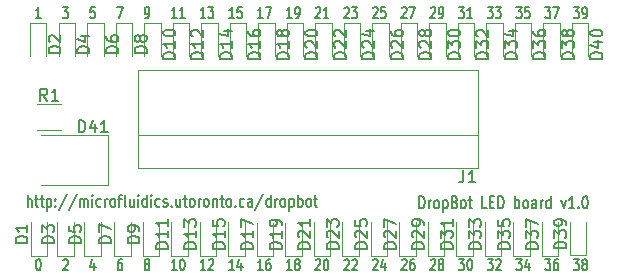
<source format=gto>
G04 #@! TF.FileFunction,Legend,Top*
%FSLAX46Y46*%
G04 Gerber Fmt 4.6, Leading zero omitted, Abs format (unit mm)*
G04 Created by KiCad (PCBNEW 4.0.6) date 05/22/18 14:25:38*
%MOMM*%
%LPD*%
G01*
G04 APERTURE LIST*
%ADD10C,0.150000*%
%ADD11C,0.175000*%
%ADD12C,0.200000*%
%ADD13C,0.120000*%
%ADD14C,0.099060*%
%ADD15C,0.203200*%
G04 APERTURE END LIST*
D10*
D11*
X21019159Y-20749762D02*
X20613445Y-20749762D01*
X20816302Y-20749762D02*
X20816302Y-19799762D01*
X20748683Y-19935476D01*
X20681064Y-20025952D01*
X20613445Y-20071190D01*
X22878682Y-19799762D02*
X23318205Y-19799762D01*
X23081539Y-20161667D01*
X23182967Y-20161667D01*
X23250586Y-20206905D01*
X23284396Y-20252143D01*
X23318205Y-20342619D01*
X23318205Y-20568810D01*
X23284396Y-20659286D01*
X23250586Y-20704524D01*
X23182967Y-20749762D01*
X22980110Y-20749762D01*
X22912491Y-20704524D01*
X22878682Y-20659286D01*
X25583442Y-19799762D02*
X25245347Y-19799762D01*
X25211537Y-20252143D01*
X25245347Y-20206905D01*
X25312966Y-20161667D01*
X25482013Y-20161667D01*
X25549632Y-20206905D01*
X25583442Y-20252143D01*
X25617251Y-20342619D01*
X25617251Y-20568810D01*
X25583442Y-20659286D01*
X25549632Y-20704524D01*
X25482013Y-20749762D01*
X25312966Y-20749762D01*
X25245347Y-20704524D01*
X25211537Y-20659286D01*
X27476774Y-19799762D02*
X27950107Y-19799762D01*
X27645821Y-20749762D01*
X29877248Y-20749762D02*
X30012486Y-20749762D01*
X30080105Y-20704524D01*
X30113915Y-20659286D01*
X30181534Y-20523571D01*
X30215343Y-20342619D01*
X30215343Y-19980714D01*
X30181534Y-19890238D01*
X30147724Y-19845000D01*
X30080105Y-19799762D01*
X29944867Y-19799762D01*
X29877248Y-19845000D01*
X29843439Y-19890238D01*
X29809629Y-19980714D01*
X29809629Y-20206905D01*
X29843439Y-20297381D01*
X29877248Y-20342619D01*
X29944867Y-20387857D01*
X30080105Y-20387857D01*
X30147724Y-20342619D01*
X30181534Y-20297381D01*
X30215343Y-20206905D01*
X32514389Y-20749762D02*
X32108675Y-20749762D01*
X32311532Y-20749762D02*
X32311532Y-19799762D01*
X32243913Y-19935476D01*
X32176294Y-20025952D01*
X32108675Y-20071190D01*
X33190579Y-20749762D02*
X32784865Y-20749762D01*
X32987722Y-20749762D02*
X32987722Y-19799762D01*
X32920103Y-19935476D01*
X32852484Y-20025952D01*
X32784865Y-20071190D01*
X34948673Y-20749762D02*
X34542959Y-20749762D01*
X34745816Y-20749762D02*
X34745816Y-19799762D01*
X34678197Y-19935476D01*
X34610578Y-20025952D01*
X34542959Y-20071190D01*
X35185340Y-19799762D02*
X35624863Y-19799762D01*
X35388197Y-20161667D01*
X35489625Y-20161667D01*
X35557244Y-20206905D01*
X35591054Y-20252143D01*
X35624863Y-20342619D01*
X35624863Y-20568810D01*
X35591054Y-20659286D01*
X35557244Y-20704524D01*
X35489625Y-20749762D01*
X35286768Y-20749762D01*
X35219149Y-20704524D01*
X35185340Y-20659286D01*
X37382957Y-20749762D02*
X36977243Y-20749762D01*
X37180100Y-20749762D02*
X37180100Y-19799762D01*
X37112481Y-19935476D01*
X37044862Y-20025952D01*
X36977243Y-20071190D01*
X38025338Y-19799762D02*
X37687243Y-19799762D01*
X37653433Y-20252143D01*
X37687243Y-20206905D01*
X37754862Y-20161667D01*
X37923909Y-20161667D01*
X37991528Y-20206905D01*
X38025338Y-20252143D01*
X38059147Y-20342619D01*
X38059147Y-20568810D01*
X38025338Y-20659286D01*
X37991528Y-20704524D01*
X37923909Y-20749762D01*
X37754862Y-20749762D01*
X37687243Y-20704524D01*
X37653433Y-20659286D01*
X39817241Y-20749762D02*
X39411527Y-20749762D01*
X39614384Y-20749762D02*
X39614384Y-19799762D01*
X39546765Y-19935476D01*
X39479146Y-20025952D01*
X39411527Y-20071190D01*
X40053908Y-19799762D02*
X40527241Y-19799762D01*
X40222955Y-20749762D01*
X42251525Y-20749762D02*
X41845811Y-20749762D01*
X42048668Y-20749762D02*
X42048668Y-19799762D01*
X41981049Y-19935476D01*
X41913430Y-20025952D01*
X41845811Y-20071190D01*
X42589620Y-20749762D02*
X42724858Y-20749762D01*
X42792477Y-20704524D01*
X42826287Y-20659286D01*
X42893906Y-20523571D01*
X42927715Y-20342619D01*
X42927715Y-19980714D01*
X42893906Y-19890238D01*
X42860096Y-19845000D01*
X42792477Y-19799762D01*
X42657239Y-19799762D01*
X42589620Y-19845000D01*
X42555811Y-19890238D01*
X42522001Y-19980714D01*
X42522001Y-20206905D01*
X42555811Y-20297381D01*
X42589620Y-20342619D01*
X42657239Y-20387857D01*
X42792477Y-20387857D01*
X42860096Y-20342619D01*
X42893906Y-20297381D01*
X42927715Y-20206905D01*
X44280095Y-19890238D02*
X44313905Y-19845000D01*
X44381524Y-19799762D01*
X44550571Y-19799762D01*
X44618190Y-19845000D01*
X44652000Y-19890238D01*
X44685809Y-19980714D01*
X44685809Y-20071190D01*
X44652000Y-20206905D01*
X44246286Y-20749762D01*
X44685809Y-20749762D01*
X45361999Y-20749762D02*
X44956285Y-20749762D01*
X45159142Y-20749762D02*
X45159142Y-19799762D01*
X45091523Y-19935476D01*
X45023904Y-20025952D01*
X44956285Y-20071190D01*
X46714379Y-19890238D02*
X46748189Y-19845000D01*
X46815808Y-19799762D01*
X46984855Y-19799762D01*
X47052474Y-19845000D01*
X47086284Y-19890238D01*
X47120093Y-19980714D01*
X47120093Y-20071190D01*
X47086284Y-20206905D01*
X46680570Y-20749762D01*
X47120093Y-20749762D01*
X47356760Y-19799762D02*
X47796283Y-19799762D01*
X47559617Y-20161667D01*
X47661045Y-20161667D01*
X47728664Y-20206905D01*
X47762474Y-20252143D01*
X47796283Y-20342619D01*
X47796283Y-20568810D01*
X47762474Y-20659286D01*
X47728664Y-20704524D01*
X47661045Y-20749762D01*
X47458188Y-20749762D01*
X47390569Y-20704524D01*
X47356760Y-20659286D01*
X49148663Y-19890238D02*
X49182473Y-19845000D01*
X49250092Y-19799762D01*
X49419139Y-19799762D01*
X49486758Y-19845000D01*
X49520568Y-19890238D01*
X49554377Y-19980714D01*
X49554377Y-20071190D01*
X49520568Y-20206905D01*
X49114854Y-20749762D01*
X49554377Y-20749762D01*
X50196758Y-19799762D02*
X49858663Y-19799762D01*
X49824853Y-20252143D01*
X49858663Y-20206905D01*
X49926282Y-20161667D01*
X50095329Y-20161667D01*
X50162948Y-20206905D01*
X50196758Y-20252143D01*
X50230567Y-20342619D01*
X50230567Y-20568810D01*
X50196758Y-20659286D01*
X50162948Y-20704524D01*
X50095329Y-20749762D01*
X49926282Y-20749762D01*
X49858663Y-20704524D01*
X49824853Y-20659286D01*
X51582947Y-19890238D02*
X51616757Y-19845000D01*
X51684376Y-19799762D01*
X51853423Y-19799762D01*
X51921042Y-19845000D01*
X51954852Y-19890238D01*
X51988661Y-19980714D01*
X51988661Y-20071190D01*
X51954852Y-20206905D01*
X51549138Y-20749762D01*
X51988661Y-20749762D01*
X52225328Y-19799762D02*
X52698661Y-19799762D01*
X52394375Y-20749762D01*
X54017231Y-19890238D02*
X54051041Y-19845000D01*
X54118660Y-19799762D01*
X54287707Y-19799762D01*
X54355326Y-19845000D01*
X54389136Y-19890238D01*
X54422945Y-19980714D01*
X54422945Y-20071190D01*
X54389136Y-20206905D01*
X53983422Y-20749762D01*
X54422945Y-20749762D01*
X54761040Y-20749762D02*
X54896278Y-20749762D01*
X54963897Y-20704524D01*
X54997707Y-20659286D01*
X55065326Y-20523571D01*
X55099135Y-20342619D01*
X55099135Y-19980714D01*
X55065326Y-19890238D01*
X55031516Y-19845000D01*
X54963897Y-19799762D01*
X54828659Y-19799762D01*
X54761040Y-19845000D01*
X54727231Y-19890238D01*
X54693421Y-19980714D01*
X54693421Y-20206905D01*
X54727231Y-20297381D01*
X54761040Y-20342619D01*
X54828659Y-20387857D01*
X54963897Y-20387857D01*
X55031516Y-20342619D01*
X55065326Y-20297381D01*
X55099135Y-20206905D01*
X56417706Y-19799762D02*
X56857229Y-19799762D01*
X56620563Y-20161667D01*
X56721991Y-20161667D01*
X56789610Y-20206905D01*
X56823420Y-20252143D01*
X56857229Y-20342619D01*
X56857229Y-20568810D01*
X56823420Y-20659286D01*
X56789610Y-20704524D01*
X56721991Y-20749762D01*
X56519134Y-20749762D01*
X56451515Y-20704524D01*
X56417706Y-20659286D01*
X57533419Y-20749762D02*
X57127705Y-20749762D01*
X57330562Y-20749762D02*
X57330562Y-19799762D01*
X57262943Y-19935476D01*
X57195324Y-20025952D01*
X57127705Y-20071190D01*
X58851990Y-19799762D02*
X59291513Y-19799762D01*
X59054847Y-20161667D01*
X59156275Y-20161667D01*
X59223894Y-20206905D01*
X59257704Y-20252143D01*
X59291513Y-20342619D01*
X59291513Y-20568810D01*
X59257704Y-20659286D01*
X59223894Y-20704524D01*
X59156275Y-20749762D01*
X58953418Y-20749762D01*
X58885799Y-20704524D01*
X58851990Y-20659286D01*
X59528180Y-19799762D02*
X59967703Y-19799762D01*
X59731037Y-20161667D01*
X59832465Y-20161667D01*
X59900084Y-20206905D01*
X59933894Y-20252143D01*
X59967703Y-20342619D01*
X59967703Y-20568810D01*
X59933894Y-20659286D01*
X59900084Y-20704524D01*
X59832465Y-20749762D01*
X59629608Y-20749762D01*
X59561989Y-20704524D01*
X59528180Y-20659286D01*
X61286274Y-19799762D02*
X61725797Y-19799762D01*
X61489131Y-20161667D01*
X61590559Y-20161667D01*
X61658178Y-20206905D01*
X61691988Y-20252143D01*
X61725797Y-20342619D01*
X61725797Y-20568810D01*
X61691988Y-20659286D01*
X61658178Y-20704524D01*
X61590559Y-20749762D01*
X61387702Y-20749762D01*
X61320083Y-20704524D01*
X61286274Y-20659286D01*
X62368178Y-19799762D02*
X62030083Y-19799762D01*
X61996273Y-20252143D01*
X62030083Y-20206905D01*
X62097702Y-20161667D01*
X62266749Y-20161667D01*
X62334368Y-20206905D01*
X62368178Y-20252143D01*
X62401987Y-20342619D01*
X62401987Y-20568810D01*
X62368178Y-20659286D01*
X62334368Y-20704524D01*
X62266749Y-20749762D01*
X62097702Y-20749762D01*
X62030083Y-20704524D01*
X61996273Y-20659286D01*
X63720558Y-19799762D02*
X64160081Y-19799762D01*
X63923415Y-20161667D01*
X64024843Y-20161667D01*
X64092462Y-20206905D01*
X64126272Y-20252143D01*
X64160081Y-20342619D01*
X64160081Y-20568810D01*
X64126272Y-20659286D01*
X64092462Y-20704524D01*
X64024843Y-20749762D01*
X63821986Y-20749762D01*
X63754367Y-20704524D01*
X63720558Y-20659286D01*
X64396748Y-19799762D02*
X64870081Y-19799762D01*
X64565795Y-20749762D01*
X66154842Y-19799762D02*
X66594365Y-19799762D01*
X66357699Y-20161667D01*
X66459127Y-20161667D01*
X66526746Y-20206905D01*
X66560556Y-20252143D01*
X66594365Y-20342619D01*
X66594365Y-20568810D01*
X66560556Y-20659286D01*
X66526746Y-20704524D01*
X66459127Y-20749762D01*
X66256270Y-20749762D01*
X66188651Y-20704524D01*
X66154842Y-20659286D01*
X66932460Y-20749762D02*
X67067698Y-20749762D01*
X67135317Y-20704524D01*
X67169127Y-20659286D01*
X67236746Y-20523571D01*
X67270555Y-20342619D01*
X67270555Y-19980714D01*
X67236746Y-19890238D01*
X67202936Y-19845000D01*
X67135317Y-19799762D01*
X67000079Y-19799762D01*
X66932460Y-19845000D01*
X66898651Y-19890238D01*
X66864841Y-19980714D01*
X66864841Y-20206905D01*
X66898651Y-20297381D01*
X66932460Y-20342619D01*
X67000079Y-20387857D01*
X67135317Y-20387857D01*
X67202936Y-20342619D01*
X67236746Y-20297381D01*
X67270555Y-20206905D01*
X20782493Y-41135762D02*
X20850112Y-41135762D01*
X20917731Y-41181000D01*
X20951540Y-41226238D01*
X20985350Y-41316714D01*
X21019159Y-41497667D01*
X21019159Y-41723857D01*
X20985350Y-41904810D01*
X20951540Y-41995286D01*
X20917731Y-42040524D01*
X20850112Y-42085762D01*
X20782493Y-42085762D01*
X20714874Y-42040524D01*
X20681064Y-41995286D01*
X20647255Y-41904810D01*
X20613445Y-41723857D01*
X20613445Y-41497667D01*
X20647255Y-41316714D01*
X20681064Y-41226238D01*
X20714874Y-41181000D01*
X20782493Y-41135762D01*
X22912491Y-41226238D02*
X22946301Y-41181000D01*
X23013920Y-41135762D01*
X23182967Y-41135762D01*
X23250586Y-41181000D01*
X23284396Y-41226238D01*
X23318205Y-41316714D01*
X23318205Y-41407190D01*
X23284396Y-41542905D01*
X22878682Y-42085762D01*
X23318205Y-42085762D01*
X25549632Y-41452429D02*
X25549632Y-42085762D01*
X25380585Y-41090524D02*
X25211537Y-41769095D01*
X25651061Y-41769095D01*
X27848678Y-41135762D02*
X27713440Y-41135762D01*
X27645821Y-41181000D01*
X27612012Y-41226238D01*
X27544393Y-41361952D01*
X27510583Y-41542905D01*
X27510583Y-41904810D01*
X27544393Y-41995286D01*
X27578202Y-42040524D01*
X27645821Y-42085762D01*
X27781059Y-42085762D01*
X27848678Y-42040524D01*
X27882488Y-41995286D01*
X27916297Y-41904810D01*
X27916297Y-41678619D01*
X27882488Y-41588143D01*
X27848678Y-41542905D01*
X27781059Y-41497667D01*
X27645821Y-41497667D01*
X27578202Y-41542905D01*
X27544393Y-41588143D01*
X27510583Y-41678619D01*
X29944867Y-41542905D02*
X29877248Y-41497667D01*
X29843439Y-41452429D01*
X29809629Y-41361952D01*
X29809629Y-41316714D01*
X29843439Y-41226238D01*
X29877248Y-41181000D01*
X29944867Y-41135762D01*
X30080105Y-41135762D01*
X30147724Y-41181000D01*
X30181534Y-41226238D01*
X30215343Y-41316714D01*
X30215343Y-41361952D01*
X30181534Y-41452429D01*
X30147724Y-41497667D01*
X30080105Y-41542905D01*
X29944867Y-41542905D01*
X29877248Y-41588143D01*
X29843439Y-41633381D01*
X29809629Y-41723857D01*
X29809629Y-41904810D01*
X29843439Y-41995286D01*
X29877248Y-42040524D01*
X29944867Y-42085762D01*
X30080105Y-42085762D01*
X30147724Y-42040524D01*
X30181534Y-41995286D01*
X30215343Y-41904810D01*
X30215343Y-41723857D01*
X30181534Y-41633381D01*
X30147724Y-41588143D01*
X30080105Y-41542905D01*
X32514389Y-42085762D02*
X32108675Y-42085762D01*
X32311532Y-42085762D02*
X32311532Y-41135762D01*
X32243913Y-41271476D01*
X32176294Y-41361952D01*
X32108675Y-41407190D01*
X32953913Y-41135762D02*
X33021532Y-41135762D01*
X33089151Y-41181000D01*
X33122960Y-41226238D01*
X33156770Y-41316714D01*
X33190579Y-41497667D01*
X33190579Y-41723857D01*
X33156770Y-41904810D01*
X33122960Y-41995286D01*
X33089151Y-42040524D01*
X33021532Y-42085762D01*
X32953913Y-42085762D01*
X32886294Y-42040524D01*
X32852484Y-41995286D01*
X32818675Y-41904810D01*
X32784865Y-41723857D01*
X32784865Y-41497667D01*
X32818675Y-41316714D01*
X32852484Y-41226238D01*
X32886294Y-41181000D01*
X32953913Y-41135762D01*
X34948673Y-42085762D02*
X34542959Y-42085762D01*
X34745816Y-42085762D02*
X34745816Y-41135762D01*
X34678197Y-41271476D01*
X34610578Y-41361952D01*
X34542959Y-41407190D01*
X35219149Y-41226238D02*
X35252959Y-41181000D01*
X35320578Y-41135762D01*
X35489625Y-41135762D01*
X35557244Y-41181000D01*
X35591054Y-41226238D01*
X35624863Y-41316714D01*
X35624863Y-41407190D01*
X35591054Y-41542905D01*
X35185340Y-42085762D01*
X35624863Y-42085762D01*
X37382957Y-42085762D02*
X36977243Y-42085762D01*
X37180100Y-42085762D02*
X37180100Y-41135762D01*
X37112481Y-41271476D01*
X37044862Y-41361952D01*
X36977243Y-41407190D01*
X37991528Y-41452429D02*
X37991528Y-42085762D01*
X37822481Y-41090524D02*
X37653433Y-41769095D01*
X38092957Y-41769095D01*
X39817241Y-42085762D02*
X39411527Y-42085762D01*
X39614384Y-42085762D02*
X39614384Y-41135762D01*
X39546765Y-41271476D01*
X39479146Y-41361952D01*
X39411527Y-41407190D01*
X40425812Y-41135762D02*
X40290574Y-41135762D01*
X40222955Y-41181000D01*
X40189146Y-41226238D01*
X40121527Y-41361952D01*
X40087717Y-41542905D01*
X40087717Y-41904810D01*
X40121527Y-41995286D01*
X40155336Y-42040524D01*
X40222955Y-42085762D01*
X40358193Y-42085762D01*
X40425812Y-42040524D01*
X40459622Y-41995286D01*
X40493431Y-41904810D01*
X40493431Y-41678619D01*
X40459622Y-41588143D01*
X40425812Y-41542905D01*
X40358193Y-41497667D01*
X40222955Y-41497667D01*
X40155336Y-41542905D01*
X40121527Y-41588143D01*
X40087717Y-41678619D01*
X42251525Y-42085762D02*
X41845811Y-42085762D01*
X42048668Y-42085762D02*
X42048668Y-41135762D01*
X41981049Y-41271476D01*
X41913430Y-41361952D01*
X41845811Y-41407190D01*
X42657239Y-41542905D02*
X42589620Y-41497667D01*
X42555811Y-41452429D01*
X42522001Y-41361952D01*
X42522001Y-41316714D01*
X42555811Y-41226238D01*
X42589620Y-41181000D01*
X42657239Y-41135762D01*
X42792477Y-41135762D01*
X42860096Y-41181000D01*
X42893906Y-41226238D01*
X42927715Y-41316714D01*
X42927715Y-41361952D01*
X42893906Y-41452429D01*
X42860096Y-41497667D01*
X42792477Y-41542905D01*
X42657239Y-41542905D01*
X42589620Y-41588143D01*
X42555811Y-41633381D01*
X42522001Y-41723857D01*
X42522001Y-41904810D01*
X42555811Y-41995286D01*
X42589620Y-42040524D01*
X42657239Y-42085762D01*
X42792477Y-42085762D01*
X42860096Y-42040524D01*
X42893906Y-41995286D01*
X42927715Y-41904810D01*
X42927715Y-41723857D01*
X42893906Y-41633381D01*
X42860096Y-41588143D01*
X42792477Y-41542905D01*
X44280095Y-41226238D02*
X44313905Y-41181000D01*
X44381524Y-41135762D01*
X44550571Y-41135762D01*
X44618190Y-41181000D01*
X44652000Y-41226238D01*
X44685809Y-41316714D01*
X44685809Y-41407190D01*
X44652000Y-41542905D01*
X44246286Y-42085762D01*
X44685809Y-42085762D01*
X45125333Y-41135762D02*
X45192952Y-41135762D01*
X45260571Y-41181000D01*
X45294380Y-41226238D01*
X45328190Y-41316714D01*
X45361999Y-41497667D01*
X45361999Y-41723857D01*
X45328190Y-41904810D01*
X45294380Y-41995286D01*
X45260571Y-42040524D01*
X45192952Y-42085762D01*
X45125333Y-42085762D01*
X45057714Y-42040524D01*
X45023904Y-41995286D01*
X44990095Y-41904810D01*
X44956285Y-41723857D01*
X44956285Y-41497667D01*
X44990095Y-41316714D01*
X45023904Y-41226238D01*
X45057714Y-41181000D01*
X45125333Y-41135762D01*
X46714379Y-41226238D02*
X46748189Y-41181000D01*
X46815808Y-41135762D01*
X46984855Y-41135762D01*
X47052474Y-41181000D01*
X47086284Y-41226238D01*
X47120093Y-41316714D01*
X47120093Y-41407190D01*
X47086284Y-41542905D01*
X46680570Y-42085762D01*
X47120093Y-42085762D01*
X47390569Y-41226238D02*
X47424379Y-41181000D01*
X47491998Y-41135762D01*
X47661045Y-41135762D01*
X47728664Y-41181000D01*
X47762474Y-41226238D01*
X47796283Y-41316714D01*
X47796283Y-41407190D01*
X47762474Y-41542905D01*
X47356760Y-42085762D01*
X47796283Y-42085762D01*
X49148663Y-41226238D02*
X49182473Y-41181000D01*
X49250092Y-41135762D01*
X49419139Y-41135762D01*
X49486758Y-41181000D01*
X49520568Y-41226238D01*
X49554377Y-41316714D01*
X49554377Y-41407190D01*
X49520568Y-41542905D01*
X49114854Y-42085762D01*
X49554377Y-42085762D01*
X50162948Y-41452429D02*
X50162948Y-42085762D01*
X49993901Y-41090524D02*
X49824853Y-41769095D01*
X50264377Y-41769095D01*
X51582947Y-41226238D02*
X51616757Y-41181000D01*
X51684376Y-41135762D01*
X51853423Y-41135762D01*
X51921042Y-41181000D01*
X51954852Y-41226238D01*
X51988661Y-41316714D01*
X51988661Y-41407190D01*
X51954852Y-41542905D01*
X51549138Y-42085762D01*
X51988661Y-42085762D01*
X52597232Y-41135762D02*
X52461994Y-41135762D01*
X52394375Y-41181000D01*
X52360566Y-41226238D01*
X52292947Y-41361952D01*
X52259137Y-41542905D01*
X52259137Y-41904810D01*
X52292947Y-41995286D01*
X52326756Y-42040524D01*
X52394375Y-42085762D01*
X52529613Y-42085762D01*
X52597232Y-42040524D01*
X52631042Y-41995286D01*
X52664851Y-41904810D01*
X52664851Y-41678619D01*
X52631042Y-41588143D01*
X52597232Y-41542905D01*
X52529613Y-41497667D01*
X52394375Y-41497667D01*
X52326756Y-41542905D01*
X52292947Y-41588143D01*
X52259137Y-41678619D01*
X54017231Y-41226238D02*
X54051041Y-41181000D01*
X54118660Y-41135762D01*
X54287707Y-41135762D01*
X54355326Y-41181000D01*
X54389136Y-41226238D01*
X54422945Y-41316714D01*
X54422945Y-41407190D01*
X54389136Y-41542905D01*
X53983422Y-42085762D01*
X54422945Y-42085762D01*
X54828659Y-41542905D02*
X54761040Y-41497667D01*
X54727231Y-41452429D01*
X54693421Y-41361952D01*
X54693421Y-41316714D01*
X54727231Y-41226238D01*
X54761040Y-41181000D01*
X54828659Y-41135762D01*
X54963897Y-41135762D01*
X55031516Y-41181000D01*
X55065326Y-41226238D01*
X55099135Y-41316714D01*
X55099135Y-41361952D01*
X55065326Y-41452429D01*
X55031516Y-41497667D01*
X54963897Y-41542905D01*
X54828659Y-41542905D01*
X54761040Y-41588143D01*
X54727231Y-41633381D01*
X54693421Y-41723857D01*
X54693421Y-41904810D01*
X54727231Y-41995286D01*
X54761040Y-42040524D01*
X54828659Y-42085762D01*
X54963897Y-42085762D01*
X55031516Y-42040524D01*
X55065326Y-41995286D01*
X55099135Y-41904810D01*
X55099135Y-41723857D01*
X55065326Y-41633381D01*
X55031516Y-41588143D01*
X54963897Y-41542905D01*
X56417706Y-41135762D02*
X56857229Y-41135762D01*
X56620563Y-41497667D01*
X56721991Y-41497667D01*
X56789610Y-41542905D01*
X56823420Y-41588143D01*
X56857229Y-41678619D01*
X56857229Y-41904810D01*
X56823420Y-41995286D01*
X56789610Y-42040524D01*
X56721991Y-42085762D01*
X56519134Y-42085762D01*
X56451515Y-42040524D01*
X56417706Y-41995286D01*
X57296753Y-41135762D02*
X57364372Y-41135762D01*
X57431991Y-41181000D01*
X57465800Y-41226238D01*
X57499610Y-41316714D01*
X57533419Y-41497667D01*
X57533419Y-41723857D01*
X57499610Y-41904810D01*
X57465800Y-41995286D01*
X57431991Y-42040524D01*
X57364372Y-42085762D01*
X57296753Y-42085762D01*
X57229134Y-42040524D01*
X57195324Y-41995286D01*
X57161515Y-41904810D01*
X57127705Y-41723857D01*
X57127705Y-41497667D01*
X57161515Y-41316714D01*
X57195324Y-41226238D01*
X57229134Y-41181000D01*
X57296753Y-41135762D01*
X58851990Y-41135762D02*
X59291513Y-41135762D01*
X59054847Y-41497667D01*
X59156275Y-41497667D01*
X59223894Y-41542905D01*
X59257704Y-41588143D01*
X59291513Y-41678619D01*
X59291513Y-41904810D01*
X59257704Y-41995286D01*
X59223894Y-42040524D01*
X59156275Y-42085762D01*
X58953418Y-42085762D01*
X58885799Y-42040524D01*
X58851990Y-41995286D01*
X59561989Y-41226238D02*
X59595799Y-41181000D01*
X59663418Y-41135762D01*
X59832465Y-41135762D01*
X59900084Y-41181000D01*
X59933894Y-41226238D01*
X59967703Y-41316714D01*
X59967703Y-41407190D01*
X59933894Y-41542905D01*
X59528180Y-42085762D01*
X59967703Y-42085762D01*
X61286274Y-41135762D02*
X61725797Y-41135762D01*
X61489131Y-41497667D01*
X61590559Y-41497667D01*
X61658178Y-41542905D01*
X61691988Y-41588143D01*
X61725797Y-41678619D01*
X61725797Y-41904810D01*
X61691988Y-41995286D01*
X61658178Y-42040524D01*
X61590559Y-42085762D01*
X61387702Y-42085762D01*
X61320083Y-42040524D01*
X61286274Y-41995286D01*
X62334368Y-41452429D02*
X62334368Y-42085762D01*
X62165321Y-41090524D02*
X61996273Y-41769095D01*
X62435797Y-41769095D01*
X63720558Y-41135762D02*
X64160081Y-41135762D01*
X63923415Y-41497667D01*
X64024843Y-41497667D01*
X64092462Y-41542905D01*
X64126272Y-41588143D01*
X64160081Y-41678619D01*
X64160081Y-41904810D01*
X64126272Y-41995286D01*
X64092462Y-42040524D01*
X64024843Y-42085762D01*
X63821986Y-42085762D01*
X63754367Y-42040524D01*
X63720558Y-41995286D01*
X64768652Y-41135762D02*
X64633414Y-41135762D01*
X64565795Y-41181000D01*
X64531986Y-41226238D01*
X64464367Y-41361952D01*
X64430557Y-41542905D01*
X64430557Y-41904810D01*
X64464367Y-41995286D01*
X64498176Y-42040524D01*
X64565795Y-42085762D01*
X64701033Y-42085762D01*
X64768652Y-42040524D01*
X64802462Y-41995286D01*
X64836271Y-41904810D01*
X64836271Y-41678619D01*
X64802462Y-41588143D01*
X64768652Y-41542905D01*
X64701033Y-41497667D01*
X64565795Y-41497667D01*
X64498176Y-41542905D01*
X64464367Y-41588143D01*
X64430557Y-41678619D01*
X66154842Y-41135762D02*
X66594365Y-41135762D01*
X66357699Y-41497667D01*
X66459127Y-41497667D01*
X66526746Y-41542905D01*
X66560556Y-41588143D01*
X66594365Y-41678619D01*
X66594365Y-41904810D01*
X66560556Y-41995286D01*
X66526746Y-42040524D01*
X66459127Y-42085762D01*
X66256270Y-42085762D01*
X66188651Y-42040524D01*
X66154842Y-41995286D01*
X67000079Y-41542905D02*
X66932460Y-41497667D01*
X66898651Y-41452429D01*
X66864841Y-41361952D01*
X66864841Y-41316714D01*
X66898651Y-41226238D01*
X66932460Y-41181000D01*
X67000079Y-41135762D01*
X67135317Y-41135762D01*
X67202936Y-41181000D01*
X67236746Y-41226238D01*
X67270555Y-41316714D01*
X67270555Y-41361952D01*
X67236746Y-41452429D01*
X67202936Y-41497667D01*
X67135317Y-41542905D01*
X67000079Y-41542905D01*
X66932460Y-41588143D01*
X66898651Y-41633381D01*
X66864841Y-41723857D01*
X66864841Y-41904810D01*
X66898651Y-41995286D01*
X66932460Y-42040524D01*
X67000079Y-42085762D01*
X67135317Y-42085762D01*
X67202936Y-42040524D01*
X67236746Y-41995286D01*
X67270555Y-41904810D01*
X67270555Y-41723857D01*
X67236746Y-41633381D01*
X67202936Y-41588143D01*
X67135317Y-41542905D01*
D12*
X19896074Y-36698181D02*
X19896074Y-35698181D01*
X20238931Y-36698181D02*
X20238931Y-36174371D01*
X20200836Y-36079133D01*
X20124646Y-36031514D01*
X20010360Y-36031514D01*
X19934169Y-36079133D01*
X19896074Y-36126752D01*
X20505598Y-36031514D02*
X20810360Y-36031514D01*
X20619884Y-35698181D02*
X20619884Y-36555324D01*
X20657979Y-36650562D01*
X20734170Y-36698181D01*
X20810360Y-36698181D01*
X20962741Y-36031514D02*
X21267503Y-36031514D01*
X21077027Y-35698181D02*
X21077027Y-36555324D01*
X21115122Y-36650562D01*
X21191313Y-36698181D01*
X21267503Y-36698181D01*
X21534170Y-36031514D02*
X21534170Y-37031514D01*
X21534170Y-36079133D02*
X21610361Y-36031514D01*
X21762742Y-36031514D01*
X21838932Y-36079133D01*
X21877027Y-36126752D01*
X21915123Y-36221990D01*
X21915123Y-36507705D01*
X21877027Y-36602943D01*
X21838932Y-36650562D01*
X21762742Y-36698181D01*
X21610361Y-36698181D01*
X21534170Y-36650562D01*
X22257980Y-36602943D02*
X22296075Y-36650562D01*
X22257980Y-36698181D01*
X22219885Y-36650562D01*
X22257980Y-36602943D01*
X22257980Y-36698181D01*
X22257980Y-36079133D02*
X22296075Y-36126752D01*
X22257980Y-36174371D01*
X22219885Y-36126752D01*
X22257980Y-36079133D01*
X22257980Y-36174371D01*
X23210361Y-35650562D02*
X22524646Y-36936276D01*
X24048456Y-35650562D02*
X23362741Y-36936276D01*
X24315122Y-36698181D02*
X24315122Y-36031514D01*
X24315122Y-36126752D02*
X24353217Y-36079133D01*
X24429408Y-36031514D01*
X24543694Y-36031514D01*
X24619884Y-36079133D01*
X24657979Y-36174371D01*
X24657979Y-36698181D01*
X24657979Y-36174371D02*
X24696075Y-36079133D01*
X24772265Y-36031514D01*
X24886551Y-36031514D01*
X24962741Y-36079133D01*
X25000836Y-36174371D01*
X25000836Y-36698181D01*
X25381789Y-36698181D02*
X25381789Y-36031514D01*
X25381789Y-35698181D02*
X25343694Y-35745800D01*
X25381789Y-35793419D01*
X25419884Y-35745800D01*
X25381789Y-35698181D01*
X25381789Y-35793419D01*
X26105598Y-36650562D02*
X26029408Y-36698181D01*
X25877027Y-36698181D01*
X25800836Y-36650562D01*
X25762741Y-36602943D01*
X25724646Y-36507705D01*
X25724646Y-36221990D01*
X25762741Y-36126752D01*
X25800836Y-36079133D01*
X25877027Y-36031514D01*
X26029408Y-36031514D01*
X26105598Y-36079133D01*
X26448455Y-36698181D02*
X26448455Y-36031514D01*
X26448455Y-36221990D02*
X26486550Y-36126752D01*
X26524646Y-36079133D01*
X26600836Y-36031514D01*
X26677027Y-36031514D01*
X27057979Y-36698181D02*
X26981788Y-36650562D01*
X26943693Y-36602943D01*
X26905598Y-36507705D01*
X26905598Y-36221990D01*
X26943693Y-36126752D01*
X26981788Y-36079133D01*
X27057979Y-36031514D01*
X27172265Y-36031514D01*
X27248455Y-36079133D01*
X27286550Y-36126752D01*
X27324646Y-36221990D01*
X27324646Y-36507705D01*
X27286550Y-36602943D01*
X27248455Y-36650562D01*
X27172265Y-36698181D01*
X27057979Y-36698181D01*
X27553217Y-36031514D02*
X27857979Y-36031514D01*
X27667503Y-36698181D02*
X27667503Y-35841038D01*
X27705598Y-35745800D01*
X27781789Y-35698181D01*
X27857979Y-35698181D01*
X28238932Y-36698181D02*
X28162741Y-36650562D01*
X28124646Y-36555324D01*
X28124646Y-35698181D01*
X28886551Y-36031514D02*
X28886551Y-36698181D01*
X28543694Y-36031514D02*
X28543694Y-36555324D01*
X28581789Y-36650562D01*
X28657980Y-36698181D01*
X28772266Y-36698181D01*
X28848456Y-36650562D01*
X28886551Y-36602943D01*
X29267504Y-36698181D02*
X29267504Y-36031514D01*
X29267504Y-35698181D02*
X29229409Y-35745800D01*
X29267504Y-35793419D01*
X29305599Y-35745800D01*
X29267504Y-35698181D01*
X29267504Y-35793419D01*
X29991313Y-36698181D02*
X29991313Y-35698181D01*
X29991313Y-36650562D02*
X29915123Y-36698181D01*
X29762742Y-36698181D01*
X29686551Y-36650562D01*
X29648456Y-36602943D01*
X29610361Y-36507705D01*
X29610361Y-36221990D01*
X29648456Y-36126752D01*
X29686551Y-36079133D01*
X29762742Y-36031514D01*
X29915123Y-36031514D01*
X29991313Y-36079133D01*
X30372266Y-36698181D02*
X30372266Y-36031514D01*
X30372266Y-35698181D02*
X30334171Y-35745800D01*
X30372266Y-35793419D01*
X30410361Y-35745800D01*
X30372266Y-35698181D01*
X30372266Y-35793419D01*
X31096075Y-36650562D02*
X31019885Y-36698181D01*
X30867504Y-36698181D01*
X30791313Y-36650562D01*
X30753218Y-36602943D01*
X30715123Y-36507705D01*
X30715123Y-36221990D01*
X30753218Y-36126752D01*
X30791313Y-36079133D01*
X30867504Y-36031514D01*
X31019885Y-36031514D01*
X31096075Y-36079133D01*
X31400837Y-36650562D02*
X31477027Y-36698181D01*
X31629408Y-36698181D01*
X31705599Y-36650562D01*
X31743694Y-36555324D01*
X31743694Y-36507705D01*
X31705599Y-36412467D01*
X31629408Y-36364848D01*
X31515123Y-36364848D01*
X31438932Y-36317229D01*
X31400837Y-36221990D01*
X31400837Y-36174371D01*
X31438932Y-36079133D01*
X31515123Y-36031514D01*
X31629408Y-36031514D01*
X31705599Y-36079133D01*
X32086551Y-36602943D02*
X32124646Y-36650562D01*
X32086551Y-36698181D01*
X32048456Y-36650562D01*
X32086551Y-36602943D01*
X32086551Y-36698181D01*
X32810360Y-36031514D02*
X32810360Y-36698181D01*
X32467503Y-36031514D02*
X32467503Y-36555324D01*
X32505598Y-36650562D01*
X32581789Y-36698181D01*
X32696075Y-36698181D01*
X32772265Y-36650562D01*
X32810360Y-36602943D01*
X33077027Y-36031514D02*
X33381789Y-36031514D01*
X33191313Y-35698181D02*
X33191313Y-36555324D01*
X33229408Y-36650562D01*
X33305599Y-36698181D01*
X33381789Y-36698181D01*
X33762742Y-36698181D02*
X33686551Y-36650562D01*
X33648456Y-36602943D01*
X33610361Y-36507705D01*
X33610361Y-36221990D01*
X33648456Y-36126752D01*
X33686551Y-36079133D01*
X33762742Y-36031514D01*
X33877028Y-36031514D01*
X33953218Y-36079133D01*
X33991313Y-36126752D01*
X34029409Y-36221990D01*
X34029409Y-36507705D01*
X33991313Y-36602943D01*
X33953218Y-36650562D01*
X33877028Y-36698181D01*
X33762742Y-36698181D01*
X34372266Y-36698181D02*
X34372266Y-36031514D01*
X34372266Y-36221990D02*
X34410361Y-36126752D01*
X34448457Y-36079133D01*
X34524647Y-36031514D01*
X34600838Y-36031514D01*
X34981790Y-36698181D02*
X34905599Y-36650562D01*
X34867504Y-36602943D01*
X34829409Y-36507705D01*
X34829409Y-36221990D01*
X34867504Y-36126752D01*
X34905599Y-36079133D01*
X34981790Y-36031514D01*
X35096076Y-36031514D01*
X35172266Y-36079133D01*
X35210361Y-36126752D01*
X35248457Y-36221990D01*
X35248457Y-36507705D01*
X35210361Y-36602943D01*
X35172266Y-36650562D01*
X35096076Y-36698181D01*
X34981790Y-36698181D01*
X35591314Y-36031514D02*
X35591314Y-36698181D01*
X35591314Y-36126752D02*
X35629409Y-36079133D01*
X35705600Y-36031514D01*
X35819886Y-36031514D01*
X35896076Y-36079133D01*
X35934171Y-36174371D01*
X35934171Y-36698181D01*
X36200838Y-36031514D02*
X36505600Y-36031514D01*
X36315124Y-35698181D02*
X36315124Y-36555324D01*
X36353219Y-36650562D01*
X36429410Y-36698181D01*
X36505600Y-36698181D01*
X36886553Y-36698181D02*
X36810362Y-36650562D01*
X36772267Y-36602943D01*
X36734172Y-36507705D01*
X36734172Y-36221990D01*
X36772267Y-36126752D01*
X36810362Y-36079133D01*
X36886553Y-36031514D01*
X37000839Y-36031514D01*
X37077029Y-36079133D01*
X37115124Y-36126752D01*
X37153220Y-36221990D01*
X37153220Y-36507705D01*
X37115124Y-36602943D01*
X37077029Y-36650562D01*
X37000839Y-36698181D01*
X36886553Y-36698181D01*
X37496077Y-36602943D02*
X37534172Y-36650562D01*
X37496077Y-36698181D01*
X37457982Y-36650562D01*
X37496077Y-36602943D01*
X37496077Y-36698181D01*
X38219886Y-36650562D02*
X38143696Y-36698181D01*
X37991315Y-36698181D01*
X37915124Y-36650562D01*
X37877029Y-36602943D01*
X37838934Y-36507705D01*
X37838934Y-36221990D01*
X37877029Y-36126752D01*
X37915124Y-36079133D01*
X37991315Y-36031514D01*
X38143696Y-36031514D01*
X38219886Y-36079133D01*
X38905600Y-36698181D02*
X38905600Y-36174371D01*
X38867505Y-36079133D01*
X38791315Y-36031514D01*
X38638934Y-36031514D01*
X38562743Y-36079133D01*
X38905600Y-36650562D02*
X38829410Y-36698181D01*
X38638934Y-36698181D01*
X38562743Y-36650562D01*
X38524648Y-36555324D01*
X38524648Y-36460086D01*
X38562743Y-36364848D01*
X38638934Y-36317229D01*
X38829410Y-36317229D01*
X38905600Y-36269610D01*
X39857982Y-35650562D02*
X39172267Y-36936276D01*
X40467505Y-36698181D02*
X40467505Y-35698181D01*
X40467505Y-36650562D02*
X40391315Y-36698181D01*
X40238934Y-36698181D01*
X40162743Y-36650562D01*
X40124648Y-36602943D01*
X40086553Y-36507705D01*
X40086553Y-36221990D01*
X40124648Y-36126752D01*
X40162743Y-36079133D01*
X40238934Y-36031514D01*
X40391315Y-36031514D01*
X40467505Y-36079133D01*
X40848458Y-36698181D02*
X40848458Y-36031514D01*
X40848458Y-36221990D02*
X40886553Y-36126752D01*
X40924649Y-36079133D01*
X41000839Y-36031514D01*
X41077030Y-36031514D01*
X41457982Y-36698181D02*
X41381791Y-36650562D01*
X41343696Y-36602943D01*
X41305601Y-36507705D01*
X41305601Y-36221990D01*
X41343696Y-36126752D01*
X41381791Y-36079133D01*
X41457982Y-36031514D01*
X41572268Y-36031514D01*
X41648458Y-36079133D01*
X41686553Y-36126752D01*
X41724649Y-36221990D01*
X41724649Y-36507705D01*
X41686553Y-36602943D01*
X41648458Y-36650562D01*
X41572268Y-36698181D01*
X41457982Y-36698181D01*
X42067506Y-36031514D02*
X42067506Y-37031514D01*
X42067506Y-36079133D02*
X42143697Y-36031514D01*
X42296078Y-36031514D01*
X42372268Y-36079133D01*
X42410363Y-36126752D01*
X42448459Y-36221990D01*
X42448459Y-36507705D01*
X42410363Y-36602943D01*
X42372268Y-36650562D01*
X42296078Y-36698181D01*
X42143697Y-36698181D01*
X42067506Y-36650562D01*
X42791316Y-36698181D02*
X42791316Y-35698181D01*
X42791316Y-36079133D02*
X42867507Y-36031514D01*
X43019888Y-36031514D01*
X43096078Y-36079133D01*
X43134173Y-36126752D01*
X43172269Y-36221990D01*
X43172269Y-36507705D01*
X43134173Y-36602943D01*
X43096078Y-36650562D01*
X43019888Y-36698181D01*
X42867507Y-36698181D01*
X42791316Y-36650562D01*
X43629412Y-36698181D02*
X43553221Y-36650562D01*
X43515126Y-36602943D01*
X43477031Y-36507705D01*
X43477031Y-36221990D01*
X43515126Y-36126752D01*
X43553221Y-36079133D01*
X43629412Y-36031514D01*
X43743698Y-36031514D01*
X43819888Y-36079133D01*
X43857983Y-36126752D01*
X43896079Y-36221990D01*
X43896079Y-36507705D01*
X43857983Y-36602943D01*
X43819888Y-36650562D01*
X43743698Y-36698181D01*
X43629412Y-36698181D01*
X44124650Y-36031514D02*
X44429412Y-36031514D01*
X44238936Y-35698181D02*
X44238936Y-36555324D01*
X44277031Y-36650562D01*
X44353222Y-36698181D01*
X44429412Y-36698181D01*
X53048788Y-36825181D02*
X53048788Y-35825181D01*
X53239264Y-35825181D01*
X53353550Y-35872800D01*
X53429741Y-35968038D01*
X53467836Y-36063276D01*
X53505931Y-36253752D01*
X53505931Y-36396610D01*
X53467836Y-36587086D01*
X53429741Y-36682324D01*
X53353550Y-36777562D01*
X53239264Y-36825181D01*
X53048788Y-36825181D01*
X53848788Y-36825181D02*
X53848788Y-36158514D01*
X53848788Y-36348990D02*
X53886883Y-36253752D01*
X53924979Y-36206133D01*
X54001169Y-36158514D01*
X54077360Y-36158514D01*
X54458312Y-36825181D02*
X54382121Y-36777562D01*
X54344026Y-36729943D01*
X54305931Y-36634705D01*
X54305931Y-36348990D01*
X54344026Y-36253752D01*
X54382121Y-36206133D01*
X54458312Y-36158514D01*
X54572598Y-36158514D01*
X54648788Y-36206133D01*
X54686883Y-36253752D01*
X54724979Y-36348990D01*
X54724979Y-36634705D01*
X54686883Y-36729943D01*
X54648788Y-36777562D01*
X54572598Y-36825181D01*
X54458312Y-36825181D01*
X55067836Y-36158514D02*
X55067836Y-37158514D01*
X55067836Y-36206133D02*
X55144027Y-36158514D01*
X55296408Y-36158514D01*
X55372598Y-36206133D01*
X55410693Y-36253752D01*
X55448789Y-36348990D01*
X55448789Y-36634705D01*
X55410693Y-36729943D01*
X55372598Y-36777562D01*
X55296408Y-36825181D01*
X55144027Y-36825181D01*
X55067836Y-36777562D01*
X56058313Y-36301371D02*
X56172599Y-36348990D01*
X56210694Y-36396610D01*
X56248789Y-36491848D01*
X56248789Y-36634705D01*
X56210694Y-36729943D01*
X56172599Y-36777562D01*
X56096408Y-36825181D01*
X55791646Y-36825181D01*
X55791646Y-35825181D01*
X56058313Y-35825181D01*
X56134503Y-35872800D01*
X56172599Y-35920419D01*
X56210694Y-36015657D01*
X56210694Y-36110895D01*
X56172599Y-36206133D01*
X56134503Y-36253752D01*
X56058313Y-36301371D01*
X55791646Y-36301371D01*
X56705932Y-36825181D02*
X56629741Y-36777562D01*
X56591646Y-36729943D01*
X56553551Y-36634705D01*
X56553551Y-36348990D01*
X56591646Y-36253752D01*
X56629741Y-36206133D01*
X56705932Y-36158514D01*
X56820218Y-36158514D01*
X56896408Y-36206133D01*
X56934503Y-36253752D01*
X56972599Y-36348990D01*
X56972599Y-36634705D01*
X56934503Y-36729943D01*
X56896408Y-36777562D01*
X56820218Y-36825181D01*
X56705932Y-36825181D01*
X57201170Y-36158514D02*
X57505932Y-36158514D01*
X57315456Y-35825181D02*
X57315456Y-36682324D01*
X57353551Y-36777562D01*
X57429742Y-36825181D01*
X57505932Y-36825181D01*
X58763076Y-36825181D02*
X58382123Y-36825181D01*
X58382123Y-35825181D01*
X59029742Y-36301371D02*
X59296409Y-36301371D01*
X59410695Y-36825181D02*
X59029742Y-36825181D01*
X59029742Y-35825181D01*
X59410695Y-35825181D01*
X59753552Y-36825181D02*
X59753552Y-35825181D01*
X59944028Y-35825181D01*
X60058314Y-35872800D01*
X60134505Y-35968038D01*
X60172600Y-36063276D01*
X60210695Y-36253752D01*
X60210695Y-36396610D01*
X60172600Y-36587086D01*
X60134505Y-36682324D01*
X60058314Y-36777562D01*
X59944028Y-36825181D01*
X59753552Y-36825181D01*
X61163076Y-36825181D02*
X61163076Y-35825181D01*
X61163076Y-36206133D02*
X61239267Y-36158514D01*
X61391648Y-36158514D01*
X61467838Y-36206133D01*
X61505933Y-36253752D01*
X61544029Y-36348990D01*
X61544029Y-36634705D01*
X61505933Y-36729943D01*
X61467838Y-36777562D01*
X61391648Y-36825181D01*
X61239267Y-36825181D01*
X61163076Y-36777562D01*
X62001172Y-36825181D02*
X61924981Y-36777562D01*
X61886886Y-36729943D01*
X61848791Y-36634705D01*
X61848791Y-36348990D01*
X61886886Y-36253752D01*
X61924981Y-36206133D01*
X62001172Y-36158514D01*
X62115458Y-36158514D01*
X62191648Y-36206133D01*
X62229743Y-36253752D01*
X62267839Y-36348990D01*
X62267839Y-36634705D01*
X62229743Y-36729943D01*
X62191648Y-36777562D01*
X62115458Y-36825181D01*
X62001172Y-36825181D01*
X62953553Y-36825181D02*
X62953553Y-36301371D01*
X62915458Y-36206133D01*
X62839268Y-36158514D01*
X62686887Y-36158514D01*
X62610696Y-36206133D01*
X62953553Y-36777562D02*
X62877363Y-36825181D01*
X62686887Y-36825181D01*
X62610696Y-36777562D01*
X62572601Y-36682324D01*
X62572601Y-36587086D01*
X62610696Y-36491848D01*
X62686887Y-36444229D01*
X62877363Y-36444229D01*
X62953553Y-36396610D01*
X63334506Y-36825181D02*
X63334506Y-36158514D01*
X63334506Y-36348990D02*
X63372601Y-36253752D01*
X63410697Y-36206133D01*
X63486887Y-36158514D01*
X63563078Y-36158514D01*
X64172601Y-36825181D02*
X64172601Y-35825181D01*
X64172601Y-36777562D02*
X64096411Y-36825181D01*
X63944030Y-36825181D01*
X63867839Y-36777562D01*
X63829744Y-36729943D01*
X63791649Y-36634705D01*
X63791649Y-36348990D01*
X63829744Y-36253752D01*
X63867839Y-36206133D01*
X63944030Y-36158514D01*
X64096411Y-36158514D01*
X64172601Y-36206133D01*
X65086888Y-36158514D02*
X65277364Y-36825181D01*
X65467840Y-36158514D01*
X66191650Y-36825181D02*
X65734507Y-36825181D01*
X65963078Y-36825181D02*
X65963078Y-35825181D01*
X65886888Y-35968038D01*
X65810697Y-36063276D01*
X65734507Y-36110895D01*
X66534507Y-36729943D02*
X66572602Y-36777562D01*
X66534507Y-36825181D01*
X66496412Y-36777562D01*
X66534507Y-36729943D01*
X66534507Y-36825181D01*
X67067840Y-35825181D02*
X67144031Y-35825181D01*
X67220221Y-35872800D01*
X67258316Y-35920419D01*
X67296412Y-36015657D01*
X67334507Y-36206133D01*
X67334507Y-36444229D01*
X67296412Y-36634705D01*
X67258316Y-36729943D01*
X67220221Y-36777562D01*
X67144031Y-36825181D01*
X67067840Y-36825181D01*
X66991650Y-36777562D01*
X66953554Y-36729943D01*
X66915459Y-36634705D01*
X66877364Y-36444229D01*
X66877364Y-36206133D01*
X66915459Y-36015657D01*
X66953554Y-35920419D01*
X66991650Y-35872800D01*
X67067840Y-35825181D01*
D13*
X20178800Y-40832000D02*
X21578800Y-40832000D01*
X21578800Y-40832000D02*
X21578800Y-38032000D01*
X20178800Y-40832000D02*
X20178800Y-38032000D01*
X21477200Y-21144000D02*
X20077200Y-21144000D01*
X20077200Y-21144000D02*
X20077200Y-23944000D01*
X21477200Y-21144000D02*
X21477200Y-23944000D01*
X22414000Y-40832000D02*
X23814000Y-40832000D01*
X23814000Y-40832000D02*
X23814000Y-38032000D01*
X22414000Y-40832000D02*
X22414000Y-38032000D01*
X23915600Y-21153800D02*
X22515600Y-21153800D01*
X22515600Y-21153800D02*
X22515600Y-23953800D01*
X23915600Y-21153800D02*
X23915600Y-23953800D01*
X24700000Y-40832000D02*
X26100000Y-40832000D01*
X26100000Y-40832000D02*
X26100000Y-38032000D01*
X24700000Y-40832000D02*
X24700000Y-38032000D01*
X26354000Y-21144000D02*
X24954000Y-21144000D01*
X24954000Y-21144000D02*
X24954000Y-23944000D01*
X26354000Y-21144000D02*
X26354000Y-23944000D01*
X27240000Y-40832000D02*
X28640000Y-40832000D01*
X28640000Y-40832000D02*
X28640000Y-38032000D01*
X27240000Y-40832000D02*
X27240000Y-38032000D01*
X28767000Y-21144000D02*
X27367000Y-21144000D01*
X27367000Y-21144000D02*
X27367000Y-23944000D01*
X28767000Y-21144000D02*
X28767000Y-23944000D01*
X29653000Y-40832000D02*
X31053000Y-40832000D01*
X31053000Y-40832000D02*
X31053000Y-38032000D01*
X29653000Y-40832000D02*
X29653000Y-38032000D01*
X31180000Y-21161600D02*
X29780000Y-21161600D01*
X29780000Y-21161600D02*
X29780000Y-23961600D01*
X31180000Y-21161600D02*
X31180000Y-23961600D01*
X32066000Y-40832000D02*
X33466000Y-40832000D01*
X33466000Y-40832000D02*
X33466000Y-38032000D01*
X32066000Y-40832000D02*
X32066000Y-38032000D01*
X33567600Y-21161600D02*
X32167600Y-21161600D01*
X32167600Y-21161600D02*
X32167600Y-23961600D01*
X33567600Y-21161600D02*
X33567600Y-23961600D01*
X34453600Y-40832000D02*
X35853600Y-40832000D01*
X35853600Y-40832000D02*
X35853600Y-38032000D01*
X34453600Y-40832000D02*
X34453600Y-38032000D01*
X35980600Y-21169400D02*
X34580600Y-21169400D01*
X34580600Y-21169400D02*
X34580600Y-23969400D01*
X35980600Y-21169400D02*
X35980600Y-23969400D01*
X36866600Y-40832000D02*
X38266600Y-40832000D01*
X38266600Y-40832000D02*
X38266600Y-38032000D01*
X36866600Y-40832000D02*
X36866600Y-38032000D01*
X38393600Y-21169400D02*
X36993600Y-21169400D01*
X36993600Y-21169400D02*
X36993600Y-23969400D01*
X38393600Y-21169400D02*
X38393600Y-23969400D01*
X39279600Y-40839800D02*
X40679600Y-40839800D01*
X40679600Y-40839800D02*
X40679600Y-38039800D01*
X39279600Y-40839800D02*
X39279600Y-38039800D01*
X40806600Y-21169400D02*
X39406600Y-21169400D01*
X39406600Y-21169400D02*
X39406600Y-23969400D01*
X40806600Y-21169400D02*
X40806600Y-23969400D01*
X41692600Y-40847600D02*
X43092600Y-40847600D01*
X43092600Y-40847600D02*
X43092600Y-38047600D01*
X41692600Y-40847600D02*
X41692600Y-38047600D01*
X43219600Y-21169400D02*
X41819600Y-21169400D01*
X41819600Y-21169400D02*
X41819600Y-23969400D01*
X43219600Y-21169400D02*
X43219600Y-23969400D01*
X44105600Y-40832000D02*
X45505600Y-40832000D01*
X45505600Y-40832000D02*
X45505600Y-38032000D01*
X44105600Y-40832000D02*
X44105600Y-38032000D01*
X45632600Y-21169400D02*
X44232600Y-21169400D01*
X44232600Y-21169400D02*
X44232600Y-23969400D01*
X45632600Y-21169400D02*
X45632600Y-23969400D01*
X46518600Y-40832000D02*
X47918600Y-40832000D01*
X47918600Y-40832000D02*
X47918600Y-38032000D01*
X46518600Y-40832000D02*
X46518600Y-38032000D01*
X48045600Y-21169400D02*
X46645600Y-21169400D01*
X46645600Y-21169400D02*
X46645600Y-23969400D01*
X48045600Y-21169400D02*
X48045600Y-23969400D01*
X48931600Y-40832000D02*
X50331600Y-40832000D01*
X50331600Y-40832000D02*
X50331600Y-38032000D01*
X48931600Y-40832000D02*
X48931600Y-38032000D01*
X50458600Y-21169400D02*
X49058600Y-21169400D01*
X49058600Y-21169400D02*
X49058600Y-23969400D01*
X50458600Y-21169400D02*
X50458600Y-23969400D01*
X51370000Y-40832000D02*
X52770000Y-40832000D01*
X52770000Y-40832000D02*
X52770000Y-38032000D01*
X51370000Y-40832000D02*
X51370000Y-38032000D01*
X52871600Y-21169400D02*
X51471600Y-21169400D01*
X51471600Y-21169400D02*
X51471600Y-23969400D01*
X52871600Y-21169400D02*
X52871600Y-23969400D01*
X53757600Y-40832000D02*
X55157600Y-40832000D01*
X55157600Y-40832000D02*
X55157600Y-38032000D01*
X53757600Y-40832000D02*
X53757600Y-38032000D01*
X55284600Y-21169400D02*
X53884600Y-21169400D01*
X53884600Y-21169400D02*
X53884600Y-23969400D01*
X55284600Y-21169400D02*
X55284600Y-23969400D01*
X56170600Y-40832000D02*
X57570600Y-40832000D01*
X57570600Y-40832000D02*
X57570600Y-38032000D01*
X56170600Y-40832000D02*
X56170600Y-38032000D01*
X57697600Y-21169400D02*
X56297600Y-21169400D01*
X56297600Y-21169400D02*
X56297600Y-23969400D01*
X57697600Y-21169400D02*
X57697600Y-23969400D01*
X58583600Y-40832000D02*
X59983600Y-40832000D01*
X59983600Y-40832000D02*
X59983600Y-38032000D01*
X58583600Y-40832000D02*
X58583600Y-38032000D01*
X60110600Y-21169400D02*
X58710600Y-21169400D01*
X58710600Y-21169400D02*
X58710600Y-23969400D01*
X60110600Y-21169400D02*
X60110600Y-23969400D01*
X61022000Y-40832000D02*
X62422000Y-40832000D01*
X62422000Y-40832000D02*
X62422000Y-38032000D01*
X61022000Y-40832000D02*
X61022000Y-38032000D01*
X62523600Y-21169400D02*
X61123600Y-21169400D01*
X61123600Y-21169400D02*
X61123600Y-23969400D01*
X62523600Y-21169400D02*
X62523600Y-23969400D01*
X63409600Y-40832000D02*
X64809600Y-40832000D01*
X64809600Y-40832000D02*
X64809600Y-38032000D01*
X63409600Y-40832000D02*
X63409600Y-38032000D01*
X64936600Y-21169400D02*
X63536600Y-21169400D01*
X63536600Y-21169400D02*
X63536600Y-23969400D01*
X64936600Y-21169400D02*
X64936600Y-23969400D01*
X65797200Y-40822200D02*
X67197200Y-40822200D01*
X67197200Y-40822200D02*
X67197200Y-38022200D01*
X65797200Y-40822200D02*
X65797200Y-38022200D01*
X67349600Y-21169400D02*
X65949600Y-21169400D01*
X65949600Y-21169400D02*
X65949600Y-23969400D01*
X67349600Y-21169400D02*
X67349600Y-23969400D01*
X26714800Y-34890600D02*
X26714800Y-30590600D01*
X26714800Y-30590600D02*
X21014800Y-30590600D01*
X26714800Y-34890600D02*
X21014800Y-34890600D01*
D14*
X58061860Y-25153620D02*
X29263340Y-25153620D01*
X58061860Y-33454340D02*
X58061860Y-25153620D01*
X29263340Y-33454340D02*
X29263340Y-25153620D01*
X58061860Y-30655260D02*
X29263340Y-30655260D01*
X29263340Y-33454340D02*
X58061860Y-33454340D01*
D13*
X22714800Y-30178400D02*
X20714800Y-30178400D01*
X20714800Y-28038400D02*
X22714800Y-28038400D01*
D10*
X19881181Y-39770095D02*
X18881181Y-39770095D01*
X18881181Y-39532000D01*
X18928800Y-39389142D01*
X19024038Y-39293904D01*
X19119276Y-39246285D01*
X19309752Y-39198666D01*
X19452610Y-39198666D01*
X19643086Y-39246285D01*
X19738324Y-39293904D01*
X19833562Y-39389142D01*
X19881181Y-39532000D01*
X19881181Y-39770095D01*
X19881181Y-38246285D02*
X19881181Y-38817714D01*
X19881181Y-38532000D02*
X18881181Y-38532000D01*
X19024038Y-38627238D01*
X19119276Y-38722476D01*
X19166895Y-38817714D01*
X22679581Y-23682095D02*
X21679581Y-23682095D01*
X21679581Y-23444000D01*
X21727200Y-23301142D01*
X21822438Y-23205904D01*
X21917676Y-23158285D01*
X22108152Y-23110666D01*
X22251010Y-23110666D01*
X22441486Y-23158285D01*
X22536724Y-23205904D01*
X22631962Y-23301142D01*
X22679581Y-23444000D01*
X22679581Y-23682095D01*
X21774819Y-22729714D02*
X21727200Y-22682095D01*
X21679581Y-22586857D01*
X21679581Y-22348761D01*
X21727200Y-22253523D01*
X21774819Y-22205904D01*
X21870057Y-22158285D01*
X21965295Y-22158285D01*
X22108152Y-22205904D01*
X22679581Y-22777333D01*
X22679581Y-22158285D01*
X22116381Y-39770095D02*
X21116381Y-39770095D01*
X21116381Y-39532000D01*
X21164000Y-39389142D01*
X21259238Y-39293904D01*
X21354476Y-39246285D01*
X21544952Y-39198666D01*
X21687810Y-39198666D01*
X21878286Y-39246285D01*
X21973524Y-39293904D01*
X22068762Y-39389142D01*
X22116381Y-39532000D01*
X22116381Y-39770095D01*
X21116381Y-38865333D02*
X21116381Y-38246285D01*
X21497333Y-38579619D01*
X21497333Y-38436761D01*
X21544952Y-38341523D01*
X21592571Y-38293904D01*
X21687810Y-38246285D01*
X21925905Y-38246285D01*
X22021143Y-38293904D01*
X22068762Y-38341523D01*
X22116381Y-38436761D01*
X22116381Y-38722476D01*
X22068762Y-38817714D01*
X22021143Y-38865333D01*
X25117981Y-23691895D02*
X24117981Y-23691895D01*
X24117981Y-23453800D01*
X24165600Y-23310942D01*
X24260838Y-23215704D01*
X24356076Y-23168085D01*
X24546552Y-23120466D01*
X24689410Y-23120466D01*
X24879886Y-23168085D01*
X24975124Y-23215704D01*
X25070362Y-23310942D01*
X25117981Y-23453800D01*
X25117981Y-23691895D01*
X24451314Y-22263323D02*
X25117981Y-22263323D01*
X24070362Y-22501419D02*
X24784648Y-22739514D01*
X24784648Y-22120466D01*
X24402381Y-39770095D02*
X23402381Y-39770095D01*
X23402381Y-39532000D01*
X23450000Y-39389142D01*
X23545238Y-39293904D01*
X23640476Y-39246285D01*
X23830952Y-39198666D01*
X23973810Y-39198666D01*
X24164286Y-39246285D01*
X24259524Y-39293904D01*
X24354762Y-39389142D01*
X24402381Y-39532000D01*
X24402381Y-39770095D01*
X23402381Y-38293904D02*
X23402381Y-38770095D01*
X23878571Y-38817714D01*
X23830952Y-38770095D01*
X23783333Y-38674857D01*
X23783333Y-38436761D01*
X23830952Y-38341523D01*
X23878571Y-38293904D01*
X23973810Y-38246285D01*
X24211905Y-38246285D01*
X24307143Y-38293904D01*
X24354762Y-38341523D01*
X24402381Y-38436761D01*
X24402381Y-38674857D01*
X24354762Y-38770095D01*
X24307143Y-38817714D01*
X27556381Y-23682095D02*
X26556381Y-23682095D01*
X26556381Y-23444000D01*
X26604000Y-23301142D01*
X26699238Y-23205904D01*
X26794476Y-23158285D01*
X26984952Y-23110666D01*
X27127810Y-23110666D01*
X27318286Y-23158285D01*
X27413524Y-23205904D01*
X27508762Y-23301142D01*
X27556381Y-23444000D01*
X27556381Y-23682095D01*
X26556381Y-22253523D02*
X26556381Y-22444000D01*
X26604000Y-22539238D01*
X26651619Y-22586857D01*
X26794476Y-22682095D01*
X26984952Y-22729714D01*
X27365905Y-22729714D01*
X27461143Y-22682095D01*
X27508762Y-22634476D01*
X27556381Y-22539238D01*
X27556381Y-22348761D01*
X27508762Y-22253523D01*
X27461143Y-22205904D01*
X27365905Y-22158285D01*
X27127810Y-22158285D01*
X27032571Y-22205904D01*
X26984952Y-22253523D01*
X26937333Y-22348761D01*
X26937333Y-22539238D01*
X26984952Y-22634476D01*
X27032571Y-22682095D01*
X27127810Y-22729714D01*
X26942381Y-39770095D02*
X25942381Y-39770095D01*
X25942381Y-39532000D01*
X25990000Y-39389142D01*
X26085238Y-39293904D01*
X26180476Y-39246285D01*
X26370952Y-39198666D01*
X26513810Y-39198666D01*
X26704286Y-39246285D01*
X26799524Y-39293904D01*
X26894762Y-39389142D01*
X26942381Y-39532000D01*
X26942381Y-39770095D01*
X25942381Y-38865333D02*
X25942381Y-38198666D01*
X26942381Y-38627238D01*
X29969381Y-23682095D02*
X28969381Y-23682095D01*
X28969381Y-23444000D01*
X29017000Y-23301142D01*
X29112238Y-23205904D01*
X29207476Y-23158285D01*
X29397952Y-23110666D01*
X29540810Y-23110666D01*
X29731286Y-23158285D01*
X29826524Y-23205904D01*
X29921762Y-23301142D01*
X29969381Y-23444000D01*
X29969381Y-23682095D01*
X29397952Y-22539238D02*
X29350333Y-22634476D01*
X29302714Y-22682095D01*
X29207476Y-22729714D01*
X29159857Y-22729714D01*
X29064619Y-22682095D01*
X29017000Y-22634476D01*
X28969381Y-22539238D01*
X28969381Y-22348761D01*
X29017000Y-22253523D01*
X29064619Y-22205904D01*
X29159857Y-22158285D01*
X29207476Y-22158285D01*
X29302714Y-22205904D01*
X29350333Y-22253523D01*
X29397952Y-22348761D01*
X29397952Y-22539238D01*
X29445571Y-22634476D01*
X29493190Y-22682095D01*
X29588429Y-22729714D01*
X29778905Y-22729714D01*
X29874143Y-22682095D01*
X29921762Y-22634476D01*
X29969381Y-22539238D01*
X29969381Y-22348761D01*
X29921762Y-22253523D01*
X29874143Y-22205904D01*
X29778905Y-22158285D01*
X29588429Y-22158285D01*
X29493190Y-22205904D01*
X29445571Y-22253523D01*
X29397952Y-22348761D01*
X29355381Y-39770095D02*
X28355381Y-39770095D01*
X28355381Y-39532000D01*
X28403000Y-39389142D01*
X28498238Y-39293904D01*
X28593476Y-39246285D01*
X28783952Y-39198666D01*
X28926810Y-39198666D01*
X29117286Y-39246285D01*
X29212524Y-39293904D01*
X29307762Y-39389142D01*
X29355381Y-39532000D01*
X29355381Y-39770095D01*
X29355381Y-38722476D02*
X29355381Y-38532000D01*
X29307762Y-38436761D01*
X29260143Y-38389142D01*
X29117286Y-38293904D01*
X28926810Y-38246285D01*
X28545857Y-38246285D01*
X28450619Y-38293904D01*
X28403000Y-38341523D01*
X28355381Y-38436761D01*
X28355381Y-38627238D01*
X28403000Y-38722476D01*
X28450619Y-38770095D01*
X28545857Y-38817714D01*
X28783952Y-38817714D01*
X28879190Y-38770095D01*
X28926810Y-38722476D01*
X28974429Y-38627238D01*
X28974429Y-38436761D01*
X28926810Y-38341523D01*
X28879190Y-38293904D01*
X28783952Y-38246285D01*
X32382381Y-24175886D02*
X31382381Y-24175886D01*
X31382381Y-23937791D01*
X31430000Y-23794933D01*
X31525238Y-23699695D01*
X31620476Y-23652076D01*
X31810952Y-23604457D01*
X31953810Y-23604457D01*
X32144286Y-23652076D01*
X32239524Y-23699695D01*
X32334762Y-23794933D01*
X32382381Y-23937791D01*
X32382381Y-24175886D01*
X32382381Y-22652076D02*
X32382381Y-23223505D01*
X32382381Y-22937791D02*
X31382381Y-22937791D01*
X31525238Y-23033029D01*
X31620476Y-23128267D01*
X31668095Y-23223505D01*
X31382381Y-22033029D02*
X31382381Y-21937790D01*
X31430000Y-21842552D01*
X31477619Y-21794933D01*
X31572857Y-21747314D01*
X31763333Y-21699695D01*
X32001429Y-21699695D01*
X32191905Y-21747314D01*
X32287143Y-21794933D01*
X32334762Y-21842552D01*
X32382381Y-21937790D01*
X32382381Y-22033029D01*
X32334762Y-22128267D01*
X32287143Y-22175886D01*
X32191905Y-22223505D01*
X32001429Y-22271124D01*
X31763333Y-22271124D01*
X31572857Y-22223505D01*
X31477619Y-22175886D01*
X31430000Y-22128267D01*
X31382381Y-22033029D01*
X31768381Y-40246286D02*
X30768381Y-40246286D01*
X30768381Y-40008191D01*
X30816000Y-39865333D01*
X30911238Y-39770095D01*
X31006476Y-39722476D01*
X31196952Y-39674857D01*
X31339810Y-39674857D01*
X31530286Y-39722476D01*
X31625524Y-39770095D01*
X31720762Y-39865333D01*
X31768381Y-40008191D01*
X31768381Y-40246286D01*
X31768381Y-38722476D02*
X31768381Y-39293905D01*
X31768381Y-39008191D02*
X30768381Y-39008191D01*
X30911238Y-39103429D01*
X31006476Y-39198667D01*
X31054095Y-39293905D01*
X31768381Y-37770095D02*
X31768381Y-38341524D01*
X31768381Y-38055810D02*
X30768381Y-38055810D01*
X30911238Y-38151048D01*
X31006476Y-38246286D01*
X31054095Y-38341524D01*
X34769981Y-24175886D02*
X33769981Y-24175886D01*
X33769981Y-23937791D01*
X33817600Y-23794933D01*
X33912838Y-23699695D01*
X34008076Y-23652076D01*
X34198552Y-23604457D01*
X34341410Y-23604457D01*
X34531886Y-23652076D01*
X34627124Y-23699695D01*
X34722362Y-23794933D01*
X34769981Y-23937791D01*
X34769981Y-24175886D01*
X34769981Y-22652076D02*
X34769981Y-23223505D01*
X34769981Y-22937791D02*
X33769981Y-22937791D01*
X33912838Y-23033029D01*
X34008076Y-23128267D01*
X34055695Y-23223505D01*
X33865219Y-22271124D02*
X33817600Y-22223505D01*
X33769981Y-22128267D01*
X33769981Y-21890171D01*
X33817600Y-21794933D01*
X33865219Y-21747314D01*
X33960457Y-21699695D01*
X34055695Y-21699695D01*
X34198552Y-21747314D01*
X34769981Y-22318743D01*
X34769981Y-21699695D01*
X34155981Y-40246286D02*
X33155981Y-40246286D01*
X33155981Y-40008191D01*
X33203600Y-39865333D01*
X33298838Y-39770095D01*
X33394076Y-39722476D01*
X33584552Y-39674857D01*
X33727410Y-39674857D01*
X33917886Y-39722476D01*
X34013124Y-39770095D01*
X34108362Y-39865333D01*
X34155981Y-40008191D01*
X34155981Y-40246286D01*
X34155981Y-38722476D02*
X34155981Y-39293905D01*
X34155981Y-39008191D02*
X33155981Y-39008191D01*
X33298838Y-39103429D01*
X33394076Y-39198667D01*
X33441695Y-39293905D01*
X33155981Y-38389143D02*
X33155981Y-37770095D01*
X33536933Y-38103429D01*
X33536933Y-37960571D01*
X33584552Y-37865333D01*
X33632171Y-37817714D01*
X33727410Y-37770095D01*
X33965505Y-37770095D01*
X34060743Y-37817714D01*
X34108362Y-37865333D01*
X34155981Y-37960571D01*
X34155981Y-38246286D01*
X34108362Y-38341524D01*
X34060743Y-38389143D01*
X37182981Y-24183686D02*
X36182981Y-24183686D01*
X36182981Y-23945591D01*
X36230600Y-23802733D01*
X36325838Y-23707495D01*
X36421076Y-23659876D01*
X36611552Y-23612257D01*
X36754410Y-23612257D01*
X36944886Y-23659876D01*
X37040124Y-23707495D01*
X37135362Y-23802733D01*
X37182981Y-23945591D01*
X37182981Y-24183686D01*
X37182981Y-22659876D02*
X37182981Y-23231305D01*
X37182981Y-22945591D02*
X36182981Y-22945591D01*
X36325838Y-23040829D01*
X36421076Y-23136067D01*
X36468695Y-23231305D01*
X36516314Y-21802733D02*
X37182981Y-21802733D01*
X36135362Y-22040829D02*
X36849648Y-22278924D01*
X36849648Y-21659876D01*
X36568981Y-40246286D02*
X35568981Y-40246286D01*
X35568981Y-40008191D01*
X35616600Y-39865333D01*
X35711838Y-39770095D01*
X35807076Y-39722476D01*
X35997552Y-39674857D01*
X36140410Y-39674857D01*
X36330886Y-39722476D01*
X36426124Y-39770095D01*
X36521362Y-39865333D01*
X36568981Y-40008191D01*
X36568981Y-40246286D01*
X36568981Y-38722476D02*
X36568981Y-39293905D01*
X36568981Y-39008191D02*
X35568981Y-39008191D01*
X35711838Y-39103429D01*
X35807076Y-39198667D01*
X35854695Y-39293905D01*
X35568981Y-37817714D02*
X35568981Y-38293905D01*
X36045171Y-38341524D01*
X35997552Y-38293905D01*
X35949933Y-38198667D01*
X35949933Y-37960571D01*
X35997552Y-37865333D01*
X36045171Y-37817714D01*
X36140410Y-37770095D01*
X36378505Y-37770095D01*
X36473743Y-37817714D01*
X36521362Y-37865333D01*
X36568981Y-37960571D01*
X36568981Y-38198667D01*
X36521362Y-38293905D01*
X36473743Y-38341524D01*
X39595981Y-24183686D02*
X38595981Y-24183686D01*
X38595981Y-23945591D01*
X38643600Y-23802733D01*
X38738838Y-23707495D01*
X38834076Y-23659876D01*
X39024552Y-23612257D01*
X39167410Y-23612257D01*
X39357886Y-23659876D01*
X39453124Y-23707495D01*
X39548362Y-23802733D01*
X39595981Y-23945591D01*
X39595981Y-24183686D01*
X39595981Y-22659876D02*
X39595981Y-23231305D01*
X39595981Y-22945591D02*
X38595981Y-22945591D01*
X38738838Y-23040829D01*
X38834076Y-23136067D01*
X38881695Y-23231305D01*
X38595981Y-21802733D02*
X38595981Y-21993210D01*
X38643600Y-22088448D01*
X38691219Y-22136067D01*
X38834076Y-22231305D01*
X39024552Y-22278924D01*
X39405505Y-22278924D01*
X39500743Y-22231305D01*
X39548362Y-22183686D01*
X39595981Y-22088448D01*
X39595981Y-21897971D01*
X39548362Y-21802733D01*
X39500743Y-21755114D01*
X39405505Y-21707495D01*
X39167410Y-21707495D01*
X39072171Y-21755114D01*
X39024552Y-21802733D01*
X38976933Y-21897971D01*
X38976933Y-22088448D01*
X39024552Y-22183686D01*
X39072171Y-22231305D01*
X39167410Y-22278924D01*
X38981981Y-40254086D02*
X37981981Y-40254086D01*
X37981981Y-40015991D01*
X38029600Y-39873133D01*
X38124838Y-39777895D01*
X38220076Y-39730276D01*
X38410552Y-39682657D01*
X38553410Y-39682657D01*
X38743886Y-39730276D01*
X38839124Y-39777895D01*
X38934362Y-39873133D01*
X38981981Y-40015991D01*
X38981981Y-40254086D01*
X38981981Y-38730276D02*
X38981981Y-39301705D01*
X38981981Y-39015991D02*
X37981981Y-39015991D01*
X38124838Y-39111229D01*
X38220076Y-39206467D01*
X38267695Y-39301705D01*
X37981981Y-38396943D02*
X37981981Y-37730276D01*
X38981981Y-38158848D01*
X42008981Y-24183686D02*
X41008981Y-24183686D01*
X41008981Y-23945591D01*
X41056600Y-23802733D01*
X41151838Y-23707495D01*
X41247076Y-23659876D01*
X41437552Y-23612257D01*
X41580410Y-23612257D01*
X41770886Y-23659876D01*
X41866124Y-23707495D01*
X41961362Y-23802733D01*
X42008981Y-23945591D01*
X42008981Y-24183686D01*
X42008981Y-22659876D02*
X42008981Y-23231305D01*
X42008981Y-22945591D02*
X41008981Y-22945591D01*
X41151838Y-23040829D01*
X41247076Y-23136067D01*
X41294695Y-23231305D01*
X41437552Y-22088448D02*
X41389933Y-22183686D01*
X41342314Y-22231305D01*
X41247076Y-22278924D01*
X41199457Y-22278924D01*
X41104219Y-22231305D01*
X41056600Y-22183686D01*
X41008981Y-22088448D01*
X41008981Y-21897971D01*
X41056600Y-21802733D01*
X41104219Y-21755114D01*
X41199457Y-21707495D01*
X41247076Y-21707495D01*
X41342314Y-21755114D01*
X41389933Y-21802733D01*
X41437552Y-21897971D01*
X41437552Y-22088448D01*
X41485171Y-22183686D01*
X41532790Y-22231305D01*
X41628029Y-22278924D01*
X41818505Y-22278924D01*
X41913743Y-22231305D01*
X41961362Y-22183686D01*
X42008981Y-22088448D01*
X42008981Y-21897971D01*
X41961362Y-21802733D01*
X41913743Y-21755114D01*
X41818505Y-21707495D01*
X41628029Y-21707495D01*
X41532790Y-21755114D01*
X41485171Y-21802733D01*
X41437552Y-21897971D01*
X41394981Y-40261886D02*
X40394981Y-40261886D01*
X40394981Y-40023791D01*
X40442600Y-39880933D01*
X40537838Y-39785695D01*
X40633076Y-39738076D01*
X40823552Y-39690457D01*
X40966410Y-39690457D01*
X41156886Y-39738076D01*
X41252124Y-39785695D01*
X41347362Y-39880933D01*
X41394981Y-40023791D01*
X41394981Y-40261886D01*
X41394981Y-38738076D02*
X41394981Y-39309505D01*
X41394981Y-39023791D02*
X40394981Y-39023791D01*
X40537838Y-39119029D01*
X40633076Y-39214267D01*
X40680695Y-39309505D01*
X41394981Y-38261886D02*
X41394981Y-38071410D01*
X41347362Y-37976171D01*
X41299743Y-37928552D01*
X41156886Y-37833314D01*
X40966410Y-37785695D01*
X40585457Y-37785695D01*
X40490219Y-37833314D01*
X40442600Y-37880933D01*
X40394981Y-37976171D01*
X40394981Y-38166648D01*
X40442600Y-38261886D01*
X40490219Y-38309505D01*
X40585457Y-38357124D01*
X40823552Y-38357124D01*
X40918790Y-38309505D01*
X40966410Y-38261886D01*
X41014029Y-38166648D01*
X41014029Y-37976171D01*
X40966410Y-37880933D01*
X40918790Y-37833314D01*
X40823552Y-37785695D01*
X44421981Y-24183686D02*
X43421981Y-24183686D01*
X43421981Y-23945591D01*
X43469600Y-23802733D01*
X43564838Y-23707495D01*
X43660076Y-23659876D01*
X43850552Y-23612257D01*
X43993410Y-23612257D01*
X44183886Y-23659876D01*
X44279124Y-23707495D01*
X44374362Y-23802733D01*
X44421981Y-23945591D01*
X44421981Y-24183686D01*
X43517219Y-23231305D02*
X43469600Y-23183686D01*
X43421981Y-23088448D01*
X43421981Y-22850352D01*
X43469600Y-22755114D01*
X43517219Y-22707495D01*
X43612457Y-22659876D01*
X43707695Y-22659876D01*
X43850552Y-22707495D01*
X44421981Y-23278924D01*
X44421981Y-22659876D01*
X43421981Y-22040829D02*
X43421981Y-21945590D01*
X43469600Y-21850352D01*
X43517219Y-21802733D01*
X43612457Y-21755114D01*
X43802933Y-21707495D01*
X44041029Y-21707495D01*
X44231505Y-21755114D01*
X44326743Y-21802733D01*
X44374362Y-21850352D01*
X44421981Y-21945590D01*
X44421981Y-22040829D01*
X44374362Y-22136067D01*
X44326743Y-22183686D01*
X44231505Y-22231305D01*
X44041029Y-22278924D01*
X43802933Y-22278924D01*
X43612457Y-22231305D01*
X43517219Y-22183686D01*
X43469600Y-22136067D01*
X43421981Y-22040829D01*
X43807981Y-40246286D02*
X42807981Y-40246286D01*
X42807981Y-40008191D01*
X42855600Y-39865333D01*
X42950838Y-39770095D01*
X43046076Y-39722476D01*
X43236552Y-39674857D01*
X43379410Y-39674857D01*
X43569886Y-39722476D01*
X43665124Y-39770095D01*
X43760362Y-39865333D01*
X43807981Y-40008191D01*
X43807981Y-40246286D01*
X42903219Y-39293905D02*
X42855600Y-39246286D01*
X42807981Y-39151048D01*
X42807981Y-38912952D01*
X42855600Y-38817714D01*
X42903219Y-38770095D01*
X42998457Y-38722476D01*
X43093695Y-38722476D01*
X43236552Y-38770095D01*
X43807981Y-39341524D01*
X43807981Y-38722476D01*
X43807981Y-37770095D02*
X43807981Y-38341524D01*
X43807981Y-38055810D02*
X42807981Y-38055810D01*
X42950838Y-38151048D01*
X43046076Y-38246286D01*
X43093695Y-38341524D01*
X46834981Y-24183686D02*
X45834981Y-24183686D01*
X45834981Y-23945591D01*
X45882600Y-23802733D01*
X45977838Y-23707495D01*
X46073076Y-23659876D01*
X46263552Y-23612257D01*
X46406410Y-23612257D01*
X46596886Y-23659876D01*
X46692124Y-23707495D01*
X46787362Y-23802733D01*
X46834981Y-23945591D01*
X46834981Y-24183686D01*
X45930219Y-23231305D02*
X45882600Y-23183686D01*
X45834981Y-23088448D01*
X45834981Y-22850352D01*
X45882600Y-22755114D01*
X45930219Y-22707495D01*
X46025457Y-22659876D01*
X46120695Y-22659876D01*
X46263552Y-22707495D01*
X46834981Y-23278924D01*
X46834981Y-22659876D01*
X45930219Y-22278924D02*
X45882600Y-22231305D01*
X45834981Y-22136067D01*
X45834981Y-21897971D01*
X45882600Y-21802733D01*
X45930219Y-21755114D01*
X46025457Y-21707495D01*
X46120695Y-21707495D01*
X46263552Y-21755114D01*
X46834981Y-22326543D01*
X46834981Y-21707495D01*
X46220981Y-40246286D02*
X45220981Y-40246286D01*
X45220981Y-40008191D01*
X45268600Y-39865333D01*
X45363838Y-39770095D01*
X45459076Y-39722476D01*
X45649552Y-39674857D01*
X45792410Y-39674857D01*
X45982886Y-39722476D01*
X46078124Y-39770095D01*
X46173362Y-39865333D01*
X46220981Y-40008191D01*
X46220981Y-40246286D01*
X45316219Y-39293905D02*
X45268600Y-39246286D01*
X45220981Y-39151048D01*
X45220981Y-38912952D01*
X45268600Y-38817714D01*
X45316219Y-38770095D01*
X45411457Y-38722476D01*
X45506695Y-38722476D01*
X45649552Y-38770095D01*
X46220981Y-39341524D01*
X46220981Y-38722476D01*
X45220981Y-38389143D02*
X45220981Y-37770095D01*
X45601933Y-38103429D01*
X45601933Y-37960571D01*
X45649552Y-37865333D01*
X45697171Y-37817714D01*
X45792410Y-37770095D01*
X46030505Y-37770095D01*
X46125743Y-37817714D01*
X46173362Y-37865333D01*
X46220981Y-37960571D01*
X46220981Y-38246286D01*
X46173362Y-38341524D01*
X46125743Y-38389143D01*
X49247981Y-24183686D02*
X48247981Y-24183686D01*
X48247981Y-23945591D01*
X48295600Y-23802733D01*
X48390838Y-23707495D01*
X48486076Y-23659876D01*
X48676552Y-23612257D01*
X48819410Y-23612257D01*
X49009886Y-23659876D01*
X49105124Y-23707495D01*
X49200362Y-23802733D01*
X49247981Y-23945591D01*
X49247981Y-24183686D01*
X48343219Y-23231305D02*
X48295600Y-23183686D01*
X48247981Y-23088448D01*
X48247981Y-22850352D01*
X48295600Y-22755114D01*
X48343219Y-22707495D01*
X48438457Y-22659876D01*
X48533695Y-22659876D01*
X48676552Y-22707495D01*
X49247981Y-23278924D01*
X49247981Y-22659876D01*
X48581314Y-21802733D02*
X49247981Y-21802733D01*
X48200362Y-22040829D02*
X48914648Y-22278924D01*
X48914648Y-21659876D01*
X48633981Y-40246286D02*
X47633981Y-40246286D01*
X47633981Y-40008191D01*
X47681600Y-39865333D01*
X47776838Y-39770095D01*
X47872076Y-39722476D01*
X48062552Y-39674857D01*
X48205410Y-39674857D01*
X48395886Y-39722476D01*
X48491124Y-39770095D01*
X48586362Y-39865333D01*
X48633981Y-40008191D01*
X48633981Y-40246286D01*
X47729219Y-39293905D02*
X47681600Y-39246286D01*
X47633981Y-39151048D01*
X47633981Y-38912952D01*
X47681600Y-38817714D01*
X47729219Y-38770095D01*
X47824457Y-38722476D01*
X47919695Y-38722476D01*
X48062552Y-38770095D01*
X48633981Y-39341524D01*
X48633981Y-38722476D01*
X47633981Y-37817714D02*
X47633981Y-38293905D01*
X48110171Y-38341524D01*
X48062552Y-38293905D01*
X48014933Y-38198667D01*
X48014933Y-37960571D01*
X48062552Y-37865333D01*
X48110171Y-37817714D01*
X48205410Y-37770095D01*
X48443505Y-37770095D01*
X48538743Y-37817714D01*
X48586362Y-37865333D01*
X48633981Y-37960571D01*
X48633981Y-38198667D01*
X48586362Y-38293905D01*
X48538743Y-38341524D01*
X51660981Y-24183686D02*
X50660981Y-24183686D01*
X50660981Y-23945591D01*
X50708600Y-23802733D01*
X50803838Y-23707495D01*
X50899076Y-23659876D01*
X51089552Y-23612257D01*
X51232410Y-23612257D01*
X51422886Y-23659876D01*
X51518124Y-23707495D01*
X51613362Y-23802733D01*
X51660981Y-23945591D01*
X51660981Y-24183686D01*
X50756219Y-23231305D02*
X50708600Y-23183686D01*
X50660981Y-23088448D01*
X50660981Y-22850352D01*
X50708600Y-22755114D01*
X50756219Y-22707495D01*
X50851457Y-22659876D01*
X50946695Y-22659876D01*
X51089552Y-22707495D01*
X51660981Y-23278924D01*
X51660981Y-22659876D01*
X50660981Y-21802733D02*
X50660981Y-21993210D01*
X50708600Y-22088448D01*
X50756219Y-22136067D01*
X50899076Y-22231305D01*
X51089552Y-22278924D01*
X51470505Y-22278924D01*
X51565743Y-22231305D01*
X51613362Y-22183686D01*
X51660981Y-22088448D01*
X51660981Y-21897971D01*
X51613362Y-21802733D01*
X51565743Y-21755114D01*
X51470505Y-21707495D01*
X51232410Y-21707495D01*
X51137171Y-21755114D01*
X51089552Y-21802733D01*
X51041933Y-21897971D01*
X51041933Y-22088448D01*
X51089552Y-22183686D01*
X51137171Y-22231305D01*
X51232410Y-22278924D01*
X51072381Y-40246286D02*
X50072381Y-40246286D01*
X50072381Y-40008191D01*
X50120000Y-39865333D01*
X50215238Y-39770095D01*
X50310476Y-39722476D01*
X50500952Y-39674857D01*
X50643810Y-39674857D01*
X50834286Y-39722476D01*
X50929524Y-39770095D01*
X51024762Y-39865333D01*
X51072381Y-40008191D01*
X51072381Y-40246286D01*
X50167619Y-39293905D02*
X50120000Y-39246286D01*
X50072381Y-39151048D01*
X50072381Y-38912952D01*
X50120000Y-38817714D01*
X50167619Y-38770095D01*
X50262857Y-38722476D01*
X50358095Y-38722476D01*
X50500952Y-38770095D01*
X51072381Y-39341524D01*
X51072381Y-38722476D01*
X50072381Y-38389143D02*
X50072381Y-37722476D01*
X51072381Y-38151048D01*
X54073981Y-24183686D02*
X53073981Y-24183686D01*
X53073981Y-23945591D01*
X53121600Y-23802733D01*
X53216838Y-23707495D01*
X53312076Y-23659876D01*
X53502552Y-23612257D01*
X53645410Y-23612257D01*
X53835886Y-23659876D01*
X53931124Y-23707495D01*
X54026362Y-23802733D01*
X54073981Y-23945591D01*
X54073981Y-24183686D01*
X53169219Y-23231305D02*
X53121600Y-23183686D01*
X53073981Y-23088448D01*
X53073981Y-22850352D01*
X53121600Y-22755114D01*
X53169219Y-22707495D01*
X53264457Y-22659876D01*
X53359695Y-22659876D01*
X53502552Y-22707495D01*
X54073981Y-23278924D01*
X54073981Y-22659876D01*
X53502552Y-22088448D02*
X53454933Y-22183686D01*
X53407314Y-22231305D01*
X53312076Y-22278924D01*
X53264457Y-22278924D01*
X53169219Y-22231305D01*
X53121600Y-22183686D01*
X53073981Y-22088448D01*
X53073981Y-21897971D01*
X53121600Y-21802733D01*
X53169219Y-21755114D01*
X53264457Y-21707495D01*
X53312076Y-21707495D01*
X53407314Y-21755114D01*
X53454933Y-21802733D01*
X53502552Y-21897971D01*
X53502552Y-22088448D01*
X53550171Y-22183686D01*
X53597790Y-22231305D01*
X53693029Y-22278924D01*
X53883505Y-22278924D01*
X53978743Y-22231305D01*
X54026362Y-22183686D01*
X54073981Y-22088448D01*
X54073981Y-21897971D01*
X54026362Y-21802733D01*
X53978743Y-21755114D01*
X53883505Y-21707495D01*
X53693029Y-21707495D01*
X53597790Y-21755114D01*
X53550171Y-21802733D01*
X53502552Y-21897971D01*
X53459981Y-40246286D02*
X52459981Y-40246286D01*
X52459981Y-40008191D01*
X52507600Y-39865333D01*
X52602838Y-39770095D01*
X52698076Y-39722476D01*
X52888552Y-39674857D01*
X53031410Y-39674857D01*
X53221886Y-39722476D01*
X53317124Y-39770095D01*
X53412362Y-39865333D01*
X53459981Y-40008191D01*
X53459981Y-40246286D01*
X52555219Y-39293905D02*
X52507600Y-39246286D01*
X52459981Y-39151048D01*
X52459981Y-38912952D01*
X52507600Y-38817714D01*
X52555219Y-38770095D01*
X52650457Y-38722476D01*
X52745695Y-38722476D01*
X52888552Y-38770095D01*
X53459981Y-39341524D01*
X53459981Y-38722476D01*
X53459981Y-38246286D02*
X53459981Y-38055810D01*
X53412362Y-37960571D01*
X53364743Y-37912952D01*
X53221886Y-37817714D01*
X53031410Y-37770095D01*
X52650457Y-37770095D01*
X52555219Y-37817714D01*
X52507600Y-37865333D01*
X52459981Y-37960571D01*
X52459981Y-38151048D01*
X52507600Y-38246286D01*
X52555219Y-38293905D01*
X52650457Y-38341524D01*
X52888552Y-38341524D01*
X52983790Y-38293905D01*
X53031410Y-38246286D01*
X53079029Y-38151048D01*
X53079029Y-37960571D01*
X53031410Y-37865333D01*
X52983790Y-37817714D01*
X52888552Y-37770095D01*
X56486981Y-24183686D02*
X55486981Y-24183686D01*
X55486981Y-23945591D01*
X55534600Y-23802733D01*
X55629838Y-23707495D01*
X55725076Y-23659876D01*
X55915552Y-23612257D01*
X56058410Y-23612257D01*
X56248886Y-23659876D01*
X56344124Y-23707495D01*
X56439362Y-23802733D01*
X56486981Y-23945591D01*
X56486981Y-24183686D01*
X55486981Y-23278924D02*
X55486981Y-22659876D01*
X55867933Y-22993210D01*
X55867933Y-22850352D01*
X55915552Y-22755114D01*
X55963171Y-22707495D01*
X56058410Y-22659876D01*
X56296505Y-22659876D01*
X56391743Y-22707495D01*
X56439362Y-22755114D01*
X56486981Y-22850352D01*
X56486981Y-23136067D01*
X56439362Y-23231305D01*
X56391743Y-23278924D01*
X55486981Y-22040829D02*
X55486981Y-21945590D01*
X55534600Y-21850352D01*
X55582219Y-21802733D01*
X55677457Y-21755114D01*
X55867933Y-21707495D01*
X56106029Y-21707495D01*
X56296505Y-21755114D01*
X56391743Y-21802733D01*
X56439362Y-21850352D01*
X56486981Y-21945590D01*
X56486981Y-22040829D01*
X56439362Y-22136067D01*
X56391743Y-22183686D01*
X56296505Y-22231305D01*
X56106029Y-22278924D01*
X55867933Y-22278924D01*
X55677457Y-22231305D01*
X55582219Y-22183686D01*
X55534600Y-22136067D01*
X55486981Y-22040829D01*
X55872981Y-40246286D02*
X54872981Y-40246286D01*
X54872981Y-40008191D01*
X54920600Y-39865333D01*
X55015838Y-39770095D01*
X55111076Y-39722476D01*
X55301552Y-39674857D01*
X55444410Y-39674857D01*
X55634886Y-39722476D01*
X55730124Y-39770095D01*
X55825362Y-39865333D01*
X55872981Y-40008191D01*
X55872981Y-40246286D01*
X54872981Y-39341524D02*
X54872981Y-38722476D01*
X55253933Y-39055810D01*
X55253933Y-38912952D01*
X55301552Y-38817714D01*
X55349171Y-38770095D01*
X55444410Y-38722476D01*
X55682505Y-38722476D01*
X55777743Y-38770095D01*
X55825362Y-38817714D01*
X55872981Y-38912952D01*
X55872981Y-39198667D01*
X55825362Y-39293905D01*
X55777743Y-39341524D01*
X55872981Y-37770095D02*
X55872981Y-38341524D01*
X55872981Y-38055810D02*
X54872981Y-38055810D01*
X55015838Y-38151048D01*
X55111076Y-38246286D01*
X55158695Y-38341524D01*
X58899981Y-24183686D02*
X57899981Y-24183686D01*
X57899981Y-23945591D01*
X57947600Y-23802733D01*
X58042838Y-23707495D01*
X58138076Y-23659876D01*
X58328552Y-23612257D01*
X58471410Y-23612257D01*
X58661886Y-23659876D01*
X58757124Y-23707495D01*
X58852362Y-23802733D01*
X58899981Y-23945591D01*
X58899981Y-24183686D01*
X57899981Y-23278924D02*
X57899981Y-22659876D01*
X58280933Y-22993210D01*
X58280933Y-22850352D01*
X58328552Y-22755114D01*
X58376171Y-22707495D01*
X58471410Y-22659876D01*
X58709505Y-22659876D01*
X58804743Y-22707495D01*
X58852362Y-22755114D01*
X58899981Y-22850352D01*
X58899981Y-23136067D01*
X58852362Y-23231305D01*
X58804743Y-23278924D01*
X57995219Y-22278924D02*
X57947600Y-22231305D01*
X57899981Y-22136067D01*
X57899981Y-21897971D01*
X57947600Y-21802733D01*
X57995219Y-21755114D01*
X58090457Y-21707495D01*
X58185695Y-21707495D01*
X58328552Y-21755114D01*
X58899981Y-22326543D01*
X58899981Y-21707495D01*
X58285981Y-40246286D02*
X57285981Y-40246286D01*
X57285981Y-40008191D01*
X57333600Y-39865333D01*
X57428838Y-39770095D01*
X57524076Y-39722476D01*
X57714552Y-39674857D01*
X57857410Y-39674857D01*
X58047886Y-39722476D01*
X58143124Y-39770095D01*
X58238362Y-39865333D01*
X58285981Y-40008191D01*
X58285981Y-40246286D01*
X57285981Y-39341524D02*
X57285981Y-38722476D01*
X57666933Y-39055810D01*
X57666933Y-38912952D01*
X57714552Y-38817714D01*
X57762171Y-38770095D01*
X57857410Y-38722476D01*
X58095505Y-38722476D01*
X58190743Y-38770095D01*
X58238362Y-38817714D01*
X58285981Y-38912952D01*
X58285981Y-39198667D01*
X58238362Y-39293905D01*
X58190743Y-39341524D01*
X57285981Y-38389143D02*
X57285981Y-37770095D01*
X57666933Y-38103429D01*
X57666933Y-37960571D01*
X57714552Y-37865333D01*
X57762171Y-37817714D01*
X57857410Y-37770095D01*
X58095505Y-37770095D01*
X58190743Y-37817714D01*
X58238362Y-37865333D01*
X58285981Y-37960571D01*
X58285981Y-38246286D01*
X58238362Y-38341524D01*
X58190743Y-38389143D01*
X61312981Y-24183686D02*
X60312981Y-24183686D01*
X60312981Y-23945591D01*
X60360600Y-23802733D01*
X60455838Y-23707495D01*
X60551076Y-23659876D01*
X60741552Y-23612257D01*
X60884410Y-23612257D01*
X61074886Y-23659876D01*
X61170124Y-23707495D01*
X61265362Y-23802733D01*
X61312981Y-23945591D01*
X61312981Y-24183686D01*
X60312981Y-23278924D02*
X60312981Y-22659876D01*
X60693933Y-22993210D01*
X60693933Y-22850352D01*
X60741552Y-22755114D01*
X60789171Y-22707495D01*
X60884410Y-22659876D01*
X61122505Y-22659876D01*
X61217743Y-22707495D01*
X61265362Y-22755114D01*
X61312981Y-22850352D01*
X61312981Y-23136067D01*
X61265362Y-23231305D01*
X61217743Y-23278924D01*
X60646314Y-21802733D02*
X61312981Y-21802733D01*
X60265362Y-22040829D02*
X60979648Y-22278924D01*
X60979648Y-21659876D01*
X60724381Y-40246286D02*
X59724381Y-40246286D01*
X59724381Y-40008191D01*
X59772000Y-39865333D01*
X59867238Y-39770095D01*
X59962476Y-39722476D01*
X60152952Y-39674857D01*
X60295810Y-39674857D01*
X60486286Y-39722476D01*
X60581524Y-39770095D01*
X60676762Y-39865333D01*
X60724381Y-40008191D01*
X60724381Y-40246286D01*
X59724381Y-39341524D02*
X59724381Y-38722476D01*
X60105333Y-39055810D01*
X60105333Y-38912952D01*
X60152952Y-38817714D01*
X60200571Y-38770095D01*
X60295810Y-38722476D01*
X60533905Y-38722476D01*
X60629143Y-38770095D01*
X60676762Y-38817714D01*
X60724381Y-38912952D01*
X60724381Y-39198667D01*
X60676762Y-39293905D01*
X60629143Y-39341524D01*
X59724381Y-37817714D02*
X59724381Y-38293905D01*
X60200571Y-38341524D01*
X60152952Y-38293905D01*
X60105333Y-38198667D01*
X60105333Y-37960571D01*
X60152952Y-37865333D01*
X60200571Y-37817714D01*
X60295810Y-37770095D01*
X60533905Y-37770095D01*
X60629143Y-37817714D01*
X60676762Y-37865333D01*
X60724381Y-37960571D01*
X60724381Y-38198667D01*
X60676762Y-38293905D01*
X60629143Y-38341524D01*
X63725981Y-24183686D02*
X62725981Y-24183686D01*
X62725981Y-23945591D01*
X62773600Y-23802733D01*
X62868838Y-23707495D01*
X62964076Y-23659876D01*
X63154552Y-23612257D01*
X63297410Y-23612257D01*
X63487886Y-23659876D01*
X63583124Y-23707495D01*
X63678362Y-23802733D01*
X63725981Y-23945591D01*
X63725981Y-24183686D01*
X62725981Y-23278924D02*
X62725981Y-22659876D01*
X63106933Y-22993210D01*
X63106933Y-22850352D01*
X63154552Y-22755114D01*
X63202171Y-22707495D01*
X63297410Y-22659876D01*
X63535505Y-22659876D01*
X63630743Y-22707495D01*
X63678362Y-22755114D01*
X63725981Y-22850352D01*
X63725981Y-23136067D01*
X63678362Y-23231305D01*
X63630743Y-23278924D01*
X62725981Y-21802733D02*
X62725981Y-21993210D01*
X62773600Y-22088448D01*
X62821219Y-22136067D01*
X62964076Y-22231305D01*
X63154552Y-22278924D01*
X63535505Y-22278924D01*
X63630743Y-22231305D01*
X63678362Y-22183686D01*
X63725981Y-22088448D01*
X63725981Y-21897971D01*
X63678362Y-21802733D01*
X63630743Y-21755114D01*
X63535505Y-21707495D01*
X63297410Y-21707495D01*
X63202171Y-21755114D01*
X63154552Y-21802733D01*
X63106933Y-21897971D01*
X63106933Y-22088448D01*
X63154552Y-22183686D01*
X63202171Y-22231305D01*
X63297410Y-22278924D01*
X63111981Y-40246286D02*
X62111981Y-40246286D01*
X62111981Y-40008191D01*
X62159600Y-39865333D01*
X62254838Y-39770095D01*
X62350076Y-39722476D01*
X62540552Y-39674857D01*
X62683410Y-39674857D01*
X62873886Y-39722476D01*
X62969124Y-39770095D01*
X63064362Y-39865333D01*
X63111981Y-40008191D01*
X63111981Y-40246286D01*
X62111981Y-39341524D02*
X62111981Y-38722476D01*
X62492933Y-39055810D01*
X62492933Y-38912952D01*
X62540552Y-38817714D01*
X62588171Y-38770095D01*
X62683410Y-38722476D01*
X62921505Y-38722476D01*
X63016743Y-38770095D01*
X63064362Y-38817714D01*
X63111981Y-38912952D01*
X63111981Y-39198667D01*
X63064362Y-39293905D01*
X63016743Y-39341524D01*
X62111981Y-38389143D02*
X62111981Y-37722476D01*
X63111981Y-38151048D01*
X66138981Y-24183686D02*
X65138981Y-24183686D01*
X65138981Y-23945591D01*
X65186600Y-23802733D01*
X65281838Y-23707495D01*
X65377076Y-23659876D01*
X65567552Y-23612257D01*
X65710410Y-23612257D01*
X65900886Y-23659876D01*
X65996124Y-23707495D01*
X66091362Y-23802733D01*
X66138981Y-23945591D01*
X66138981Y-24183686D01*
X65138981Y-23278924D02*
X65138981Y-22659876D01*
X65519933Y-22993210D01*
X65519933Y-22850352D01*
X65567552Y-22755114D01*
X65615171Y-22707495D01*
X65710410Y-22659876D01*
X65948505Y-22659876D01*
X66043743Y-22707495D01*
X66091362Y-22755114D01*
X66138981Y-22850352D01*
X66138981Y-23136067D01*
X66091362Y-23231305D01*
X66043743Y-23278924D01*
X65567552Y-22088448D02*
X65519933Y-22183686D01*
X65472314Y-22231305D01*
X65377076Y-22278924D01*
X65329457Y-22278924D01*
X65234219Y-22231305D01*
X65186600Y-22183686D01*
X65138981Y-22088448D01*
X65138981Y-21897971D01*
X65186600Y-21802733D01*
X65234219Y-21755114D01*
X65329457Y-21707495D01*
X65377076Y-21707495D01*
X65472314Y-21755114D01*
X65519933Y-21802733D01*
X65567552Y-21897971D01*
X65567552Y-22088448D01*
X65615171Y-22183686D01*
X65662790Y-22231305D01*
X65758029Y-22278924D01*
X65948505Y-22278924D01*
X66043743Y-22231305D01*
X66091362Y-22183686D01*
X66138981Y-22088448D01*
X66138981Y-21897971D01*
X66091362Y-21802733D01*
X66043743Y-21755114D01*
X65948505Y-21707495D01*
X65758029Y-21707495D01*
X65662790Y-21755114D01*
X65615171Y-21802733D01*
X65567552Y-21897971D01*
X65499581Y-40236486D02*
X64499581Y-40236486D01*
X64499581Y-39998391D01*
X64547200Y-39855533D01*
X64642438Y-39760295D01*
X64737676Y-39712676D01*
X64928152Y-39665057D01*
X65071010Y-39665057D01*
X65261486Y-39712676D01*
X65356724Y-39760295D01*
X65451962Y-39855533D01*
X65499581Y-39998391D01*
X65499581Y-40236486D01*
X64499581Y-39331724D02*
X64499581Y-38712676D01*
X64880533Y-39046010D01*
X64880533Y-38903152D01*
X64928152Y-38807914D01*
X64975771Y-38760295D01*
X65071010Y-38712676D01*
X65309105Y-38712676D01*
X65404343Y-38760295D01*
X65451962Y-38807914D01*
X65499581Y-38903152D01*
X65499581Y-39188867D01*
X65451962Y-39284105D01*
X65404343Y-39331724D01*
X65499581Y-38236486D02*
X65499581Y-38046010D01*
X65451962Y-37950771D01*
X65404343Y-37903152D01*
X65261486Y-37807914D01*
X65071010Y-37760295D01*
X64690057Y-37760295D01*
X64594819Y-37807914D01*
X64547200Y-37855533D01*
X64499581Y-37950771D01*
X64499581Y-38141248D01*
X64547200Y-38236486D01*
X64594819Y-38284105D01*
X64690057Y-38331724D01*
X64928152Y-38331724D01*
X65023390Y-38284105D01*
X65071010Y-38236486D01*
X65118629Y-38141248D01*
X65118629Y-37950771D01*
X65071010Y-37855533D01*
X65023390Y-37807914D01*
X64928152Y-37760295D01*
X68551981Y-24183686D02*
X67551981Y-24183686D01*
X67551981Y-23945591D01*
X67599600Y-23802733D01*
X67694838Y-23707495D01*
X67790076Y-23659876D01*
X67980552Y-23612257D01*
X68123410Y-23612257D01*
X68313886Y-23659876D01*
X68409124Y-23707495D01*
X68504362Y-23802733D01*
X68551981Y-23945591D01*
X68551981Y-24183686D01*
X67885314Y-22755114D02*
X68551981Y-22755114D01*
X67504362Y-22993210D02*
X68218648Y-23231305D01*
X68218648Y-22612257D01*
X67551981Y-22040829D02*
X67551981Y-21945590D01*
X67599600Y-21850352D01*
X67647219Y-21802733D01*
X67742457Y-21755114D01*
X67932933Y-21707495D01*
X68171029Y-21707495D01*
X68361505Y-21755114D01*
X68456743Y-21802733D01*
X68504362Y-21850352D01*
X68551981Y-21945590D01*
X68551981Y-22040829D01*
X68504362Y-22136067D01*
X68456743Y-22183686D01*
X68361505Y-22231305D01*
X68171029Y-22278924D01*
X67932933Y-22278924D01*
X67742457Y-22231305D01*
X67647219Y-22183686D01*
X67599600Y-22136067D01*
X67551981Y-22040829D01*
X24211114Y-30398981D02*
X24211114Y-29398981D01*
X24449209Y-29398981D01*
X24592067Y-29446600D01*
X24687305Y-29541838D01*
X24734924Y-29637076D01*
X24782543Y-29827552D01*
X24782543Y-29970410D01*
X24734924Y-30160886D01*
X24687305Y-30256124D01*
X24592067Y-30351362D01*
X24449209Y-30398981D01*
X24211114Y-30398981D01*
X25639686Y-29732314D02*
X25639686Y-30398981D01*
X25401590Y-29351362D02*
X25163495Y-30065648D01*
X25782543Y-30065648D01*
X26687305Y-30398981D02*
X26115876Y-30398981D01*
X26401590Y-30398981D02*
X26401590Y-29398981D01*
X26306352Y-29541838D01*
X26211114Y-29637076D01*
X26115876Y-29684695D01*
D15*
X56798633Y-33632019D02*
X56798633Y-34357733D01*
X56750253Y-34502876D01*
X56653491Y-34599638D01*
X56508348Y-34648019D01*
X56411586Y-34648019D01*
X57814633Y-34648019D02*
X57234062Y-34648019D01*
X57524348Y-34648019D02*
X57524348Y-33632019D01*
X57427586Y-33777162D01*
X57330824Y-33873924D01*
X57234062Y-33922305D01*
D10*
X21548134Y-27710781D02*
X21214800Y-27234590D01*
X20976705Y-27710781D02*
X20976705Y-26710781D01*
X21357658Y-26710781D01*
X21452896Y-26758400D01*
X21500515Y-26806019D01*
X21548134Y-26901257D01*
X21548134Y-27044114D01*
X21500515Y-27139352D01*
X21452896Y-27186971D01*
X21357658Y-27234590D01*
X20976705Y-27234590D01*
X22500515Y-27710781D02*
X21929086Y-27710781D01*
X22214800Y-27710781D02*
X22214800Y-26710781D01*
X22119562Y-26853638D01*
X22024324Y-26948876D01*
X21929086Y-26996495D01*
M02*

</source>
